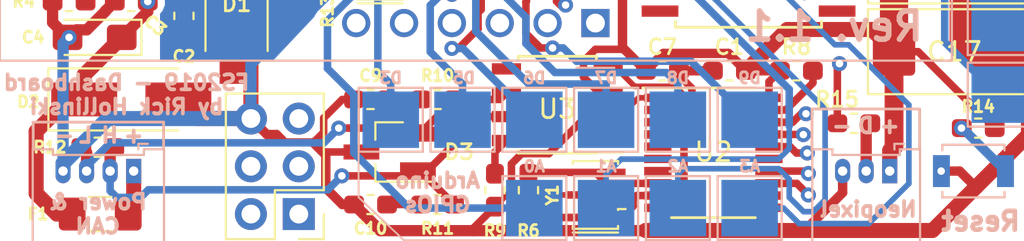
<source format=kicad_pcb>
(kicad_pcb (version 20171130) (host pcbnew "(5.1.5)-3")
  (layers (0 F.Cu signal hide) (1 Data.Cu signal hide) (2 Power.Cu signal hide) (31 B.Cu signal hide) (34 B.Paste user hide) (35 F.Paste user hide) (36 B.SilkS user) (37 F.SilkS user hide) (38 B.Mask user hide) (39 F.Mask user hide) (44 Edge.Cuts user hide))
  (net 0 "")
  (net 1 GND)
  (net 2 +5V)
  (net 3 "Net-(C2-Pad1)")
  (net 4 "Net-(C2-Pad2)")
  (net 5 VDD)
  (net 6 "Net-(C6-Pad1)")
  (net 7 "Net-(C6-Pad2)")
  (net 8 "Net-(C8-Pad1)")
  (net 9 "Net-(C9-Pad1)")
  (net 10 "Net-(C10-Pad1)")
  (net 11 SDA)
  (net 12 SCL)
  (net 13 CANH)
  (net 14 CANL)
  (net 15 "Net-(F1-Pad2)")
  (net 16 D3)
  (net 17 D5)
  (net 18 D6)
  (net 19 D7)
  (net 20 D8)
  (net 21 D9)
  (net 22 A3)
  (net 23 A2)
  (net 24 A1)
  (net 25 A0)
  (net 26 MISO)
  (net 27 SCLK)
  (net 28 MOSI)
  (net 29 Reset)
  (net 30 Tx)
  (net 31 Rx)
  (net 32 "Net-(J6-Pad2)")
  (net 33 "Net-(R1-Pad2)")
  (net 34 "Net-(R4-Pad1)")
  (net 35 "Net-(R6-Pad2)")
  (net 36 "Net-(R6-Pad1)")
  (net 37 "Net-(R8-Pad2)")
  (net 38 "Net-(R9-Pad1)")
  (net 39 "Net-(R13-Pad1)")
  (net 40 "Net-(R13-Pad2)")
  (net 41 NeoPixel)
  (net 42 CAN_TXD)
  (net 43 CAN_RXD)
  (net 44 CAN_INT)
  (net 45 CSN)
  (net 46 a)
  (net 47 b)
  (net 48 c)
  (net 49 d)
  (net 50 e)
  (net 51 f)
  (net 52 g)
  (net 53 dot)
  (net 54 Seg4)
  (net 55 Seg3)
  (net 56 Seg2)
  (net 57 Seg1)
  (net 58 "Net-(C19-Pad1)")
  (module Capacitor_SMD:C_0603_1608Metric_Pad1.05x0.95mm_HandSolder (layer F.Cu) (at 134.366 128.016 180)
    (fp_text reference C1 (at 0 1.27 180) (layer F.SilkS) (effects (font (size 0.8 0.8))))
    (fp_text value 100n)
    (pad 2 smd roundrect (at 0.875 0 180) (size 1.05 0.95) (layers F.Cu F.Paste F.Mask) (net 1 GND))
    (pad 1 smd roundrect (at -0.875 0 180) (size 1.05 0.95) (layers F.Cu F.Paste F.Mask) (net 2 +5V))
  )
  (module Capacitor_SMD:C_0603_1608Metric_Pad1.05x0.95mm_HandSolder (layer F.Cu) (at 105.41 125.095 270)
    (fp_text reference C2 (at 2.159 0 180) (layer F.SilkS) (effects (font (size 0.6 0.6))))
    (fp_text value 100n)
    (pad 1 smd roundrect (at -0.875 0 270) (size 1.05 0.95) (layers F.Cu F.Paste F.Mask) (net 3 "Net-(C2-Pad1)"))
    (pad 2 smd roundrect (at 0.875 0 270) (size 1.05 0.95) (layers F.Cu F.Paste F.Mask) (net 4 "Net-(C2-Pad2)"))
  )
  (module Capacitor_SMD:C_0603_1608Metric_Pad1.05x0.95mm_HandSolder (layer F.Cu) (at 102.616 124.333 180)
    (fp_text reference C3 (at -1.27 -1.27 140) (layer F.SilkS) (effects (font (size 0.6 0.6))))
    (fp_text value 100n)
    (pad 1 smd roundrect (at -0.875 0 180) (size 1.05 0.95) (layers F.Cu F.Paste F.Mask) (net 5 VDD))
    (pad 2 smd roundrect (at 0.875 0 180) (size 1.05 0.95) (layers F.Cu F.Paste F.Mask) (net 1 GND))
  )
  (module Capacitor_Tantalum_SMD:CP_EIA-3216-10_Kemet-I_Pad1.58x1.35mm_HandSolder (layer F.Cu) (at 100.6705 126.238 180)
    (fp_text reference C4 (at 3.2615 0 180) (layer F.SilkS) (effects (font (size 0.6 0.6))))
    (fp_text value 10µ)
    (pad 1 smd roundrect (at -1.4375 0 180) (size 1.575 1.35) (layers F.Cu F.Paste F.Mask) (roundrect_rratio 0.185185) (net 5 VDD))
    (pad 2 smd roundrect (at 1.4375 0 180) (size 1.575 1.35) (layers F.Cu F.Paste F.Mask) (roundrect_rratio 0.185185) (net 1 GND))
  )
  (module Capacitor_Tantalum_SMD:CP_EIA-3216-10_Kemet-I_Pad1.58x1.35mm_HandSolder (layer F.Cu) (at 116.586 114.427 90)
    (fp_text reference C5 (at 1.905 1.651 90) (layer F.SilkS) (effects (font (size 0.6 0.6))))
    (fp_text value 22µ)
    (pad 2 smd roundrect (at 1.4375 0 90) (size 1.575 1.35) (layers F.Cu F.Paste F.Mask) (roundrect_rratio 0.185185) (net 1 GND))
    (pad 1 smd roundrect (at -1.4375 0 90) (size 1.575 1.35) (layers F.Cu F.Paste F.Mask) (roundrect_rratio 0.185185) (net 2 +5V))
  )
  (module Capacitor_SMD:C_0603_1608Metric_Pad1.05x0.95mm_HandSolder (layer F.Cu) (at 102.616 114.046 90)
    (fp_text reference C6 (at 2.032 0 180) (layer F.SilkS) (effects (font (size 0.6 0.6))))
    (fp_text value 150p)
    (pad 1 smd roundrect (at -0.875 0 90) (size 1.05 0.95) (layers F.Cu F.Paste F.Mask) (net 6 "Net-(C6-Pad1)"))
    (pad 2 smd roundrect (at 0.875 0 90) (size 1.05 0.95) (layers F.Cu F.Paste F.Mask) (net 7 "Net-(C6-Pad2)"))
  )
  (module Capacitor_SMD:C_0603_1608Metric_Pad1.05x0.95mm_HandSolder (layer F.Cu) (at 130.81 128.016)
    (fp_text reference C7 (at 0 -1.27) (layer F.SilkS) (effects (font (size 0.8 0.8))))
    (fp_text value 100n)
    (pad 1 smd roundrect (at -0.875 0) (size 1.05 0.95) (layers F.Cu F.Paste F.Mask) (net 2 +5V))
    (pad 2 smd roundrect (at 0.875 0) (size 1.05 0.95) (layers F.Cu F.Paste F.Mask) (net 1 GND))
  )
  (module Capacitor_SMD:C_0603_1608Metric_Pad1.05x0.95mm_HandSolder (layer F.Cu) (at 127.762 113.538 90)
    (fp_text reference C8 (at 0 1.143 270) (layer F.SilkS) (effects (font (size 0.6 0.6))))
    (fp_text value 100n)
    (pad 2 smd roundrect (at 0.875 0 90) (size 1.05 0.95) (layers F.Cu F.Paste F.Mask) (net 1 GND))
    (pad 1 smd roundrect (at -0.875 0 90) (size 1.05 0.95) (layers F.Cu F.Paste F.Mask) (net 8 "Net-(C8-Pad1)"))
  )
  (module Capacitor_SMD:C_0603_1608Metric_Pad1.05x0.95mm_HandSolder (layer F.Cu) (at 115.316 129.54 180)
    (fp_text reference C9 (at 0 1.27 180) (layer F.SilkS) (effects (font (size 0.6 0.6))))
    (fp_text value 560p)
    (pad 1 smd roundrect (at -0.875 0 180) (size 1.05 0.95) (layers F.Cu F.Paste F.Mask) (net 9 "Net-(C9-Pad1)"))
    (pad 2 smd roundrect (at 0.875 0 180) (size 1.05 0.95) (layers F.Cu F.Paste F.Mask) (net 1 GND))
  )
  (module Capacitor_SMD:C_0603_1608Metric_Pad1.05x0.95mm_HandSolder (layer F.Cu) (at 115.316 135.128 180)
    (fp_text reference C10 (at 0 -1.27 180) (layer F.SilkS) (effects (font (size 0.6 0.6))))
    (fp_text value 560p)
    (pad 2 smd roundrect (at 0.875 0 180) (size 1.05 0.95) (layers F.Cu F.Paste F.Mask) (net 1 GND))
    (pad 1 smd roundrect (at -0.875 0 180) (size 1.05 0.95) (layers F.Cu F.Paste F.Mask) (net 10 "Net-(C10-Pad1)"))
  )
  (module Capacitor_SMD:C_0603_1608Metric_Pad1.05x0.95mm_HandSolder (layer F.Cu) (at 125.222 112.649)
    (fp_text reference C11 (at 0 -1.143) (layer F.SilkS) (effects (font (size 0.6 0.6))))
    (fp_text value 100p)
    (pad 1 smd roundrect (at -0.875 0) (size 1.05 0.95) (layers F.Cu F.Paste F.Mask) (net 11 SDA))
    (pad 2 smd roundrect (at 0.875 0) (size 1.05 0.95) (layers F.Cu F.Paste F.Mask) (net 1 GND))
  )
  (module Capacitor_SMD:C_0603_1608Metric_Pad1.05x0.95mm_HandSolder (layer F.Cu) (at 121.412 112.649 180)
    (fp_text reference C12 (at 0 1.143 180) (layer F.SilkS) (effects (font (size 0.6 0.6))))
    (fp_text value 100p)
    (pad 2 smd roundrect (at 0.875 0 180) (size 1.05 0.95) (layers F.Cu F.Paste F.Mask) (net 1 GND))
    (pad 1 smd roundrect (at -0.875 0 180) (size 1.05 0.95) (layers F.Cu F.Paste F.Mask) (net 12 SCL))
  )
  (module Capacitor_Tantalum_SMD:CP_EIA-7343-31_Kemet-D_Pad2.25x2.55mm_HandSolder (layer F.Cu) (at 146.304 116.078)
    (fp_text reference C13 (at 0 0) (layer F.SilkS))
    (fp_text value 470µ)
    (pad 1 smd roundrect (at -3.2 0) (size 2.25 2.55) (layers F.Cu F.Paste F.Mask) (roundrect_rratio 0.111111) (net 2 +5V))
    (pad 2 smd roundrect (at 3.2 0) (size 2.25 2.55) (layers F.Cu F.Paste F.Mask) (roundrect_rratio 0.111111) (net 1 GND))
  )
  (module Capacitor_Tantalum_SMD:CP_EIA-7343-31_Kemet-D_Pad2.25x2.55mm_HandSolder (layer F.Cu) (at 146.304 111.252)
    (fp_text reference C14 (at 0 0) (layer F.SilkS))
    (fp_text value 470µ)
    (pad 2 smd roundrect (at 3.2 0) (size 2.25 2.55) (layers F.Cu F.Paste F.Mask) (roundrect_rratio 0.111111) (net 1 GND))
    (pad 1 smd roundrect (at -3.2 0) (size 2.25 2.55) (layers F.Cu F.Paste F.Mask) (roundrect_rratio 0.111111) (net 2 +5V))
  )
  (module Capacitor_SMD:C_0603_1608Metric_Pad1.05x0.95mm_HandSolder (layer F.Cu) (at 143.256 119.126)
    (fp_text reference C15 (at 3.048 0) (layer F.SilkS))
    (fp_text value 100n)
    (pad 2 smd roundrect (at 0.875 0) (size 1.05 0.95) (layers F.Cu F.Paste F.Mask) (net 1 GND))
    (pad 1 smd roundrect (at -0.875 0) (size 1.05 0.95) (layers F.Cu F.Paste F.Mask) (net 2 +5V))
  )
  (module Capacitor_Tantalum_SMD:CP_EIA-7343-31_Kemet-D_Pad2.25x2.55mm_HandSolder (layer F.Cu) (at 146.304 127)
    (fp_text reference C17 (at 0 0) (layer F.SilkS))
    (fp_text value 47µ)
    (pad 1 smd roundrect (at -3.2 0) (size 2.25 2.55) (layers F.Cu F.Paste F.Mask) (roundrect_rratio 0.111111) (net 2 +5V))
    (pad 2 smd roundrect (at 3.2 0) (size 2.25 2.55) (layers F.Cu F.Paste F.Mask) (roundrect_rratio 0.111111) (net 1 GND))
  )
  (module Diode_SMD:D_SMA_Handsoldering (layer F.Cu) (at 108.204 124.46 270)
    (fp_text reference D1 (at 0 0) (layer F.SilkS) (effects (font (size 0.8 0.8))))
    (fp_text value D_Schottky)
    (pad 2 smd rect (at 2.5 0 270) (size 3.5 1.8) (layers F.Cu F.Paste F.Mask) (net 1 GND))
    (pad 1 smd rect (at -2.5 0 270) (size 3.5 1.8) (layers F.Cu F.Paste F.Mask) (net 4 "Net-(C2-Pad2)"))
  )
  (module Diode_SMD:D_SMA_Handsoldering (layer F.Cu) (at 102.616 129.54)
    (fp_text reference D2 (at -5.461 0.127) (layer F.SilkS) (effects (font (size 0.6 0.6))))
    (fp_text value D_Schottky)
    (pad 1 smd rect (at -2.5 0) (size 3.5 1.8) (layers F.Cu F.Paste F.Mask) (net 5 VDD))
    (pad 2 smd rect (at 2.5 0) (size 3.5 1.8) (layers F.Cu F.Paste F.Mask) (net 1 GND))
  )
  (module Package_TO_SOT_SMD:SOT-23_Handsoldering (layer F.Cu) (at 116.332 132.334 180)
    (fp_text reference D3 (at -3.683 0 180) (layer F.SilkS) (effects (font (size 0.8 0.8))))
    (fp_text value PESD1CAN)
    (pad 1 smd rect (at -1.5 -0.95 180) (size 1.9 0.8) (layers F.Cu F.Paste F.Mask) (net 13 CANH))
    (pad 2 smd rect (at -1.5 0.95 180) (size 1.9 0.8) (layers F.Cu F.Paste F.Mask) (net 14 CANL))
    (pad 3 smd rect (at 1.5 0 180) (size 1.9 0.8) (layers F.Cu F.Paste F.Mask) (net 1 GND))
  )
  (module Fuse:Fuse_1206_3216Metric_Pad1.42x1.75mm_HandSolder (layer F.Cu) (at 100.965 135.636)
    (fp_text reference F1 (at -3.302 0 180) (layer F.SilkS) (effects (font (size 0.6 0.6))))
    (fp_text value Fuse)
    (pad 1 smd roundrect (at -1.4875 0) (size 1.425 1.75) (layers F.Cu F.Paste F.Mask) (roundrect_rratio 0.175439) (net 5 VDD))
    (pad 2 smd roundrect (at 1.4875 0) (size 1.425 1.75) (layers F.Cu F.Paste F.Mask) (roundrect_rratio 0.175439) (net 15 "Net-(F1-Pad2)"))
  )
  (module Connector_Molex:Molex_PicoBlade_53048-0810_1x04_P1.25mm_Horizontal (layer B.Cu) (at 102.743 133.35 180)
    (fp_text reference J1 hide)
    (fp_text value Power)
    (pad 1 thru_hole rect (at 0 0 180) (size 0.8 1.3) (drill 0.5) (layers *.Cu *.Mask) (net 15 "Net-(F1-Pad2)"))
    (pad 2 thru_hole oval (at 1.25 0 180) (size 0.8 1.3) (drill 0.5) (layers *.Cu *.Mask) (net 13 CANH))
    (pad 3 thru_hole oval (at 2.5 0 180) (size 0.8 1.3) (drill 0.5) (layers *.Cu *.Mask) (net 14 CANL))
    (pad 4 thru_hole oval (at 3.75 0 180) (size 0.8 1.3) (drill 0.5) (layers *.Cu *.Mask) (net 1 GND))
  )
  (module Connector_PinHeader_2.54mm:PinHeader_2x03_P2.54mm_Vertical (layer F.Cu) (at 111.506 135.636 180)
    (fp_text reference J4 hide)
    (fp_text value ICSP)
    (pad 1 thru_hole rect (at 0 0 180) (size 1.7 1.7) (drill 1) (layers *.Cu *.Mask) (net 26 MISO))
    (pad 2 thru_hole oval (at 2.54 0 180) (size 1.7 1.7) (drill 1) (layers *.Cu *.Mask) (net 2 +5V))
    (pad 3 thru_hole oval (at 0 2.54 180) (size 1.7 1.7) (drill 1) (layers *.Cu *.Mask) (net 27 SCLK))
    (pad 4 thru_hole oval (at 2.54 2.54 180) (size 1.7 1.7) (drill 1) (layers *.Cu *.Mask) (net 28 MOSI))
    (pad 5 thru_hole oval (at 0 5.08 180) (size 1.7 1.7) (drill 1) (layers *.Cu *.Mask) (net 29 Reset))
    (pad 6 thru_hole oval (at 2.54 5.08 180) (size 1.7 1.7) (drill 1) (layers *.Cu *.Mask) (net 1 GND))
  )
  (module Connector_Molex:Molex_PicoBlade_53048-0610_1x03_P1.25mm_Horizontal (layer B.Cu) (at 142.875 133.35 180)
    (fp_text reference J6 hide)
    (fp_text value NeoPixel)
    (pad 1 thru_hole rect (at 0 0 180) (size 0.8 1.3) (drill 0.5) (layers *.Cu *.Mask) (net 2 +5V))
    (pad 2 thru_hole oval (at 1.25 0 180) (size 0.8 1.3) (drill 0.5) (layers *.Cu *.Mask) (net 32 "Net-(J6-Pad2)"))
    (pad 3 thru_hole oval (at 2.5 0 180) (size 0.8 1.3) (drill 0.5) (layers *.Cu *.Mask) (net 1 GND))
  )
  (module Connector_PinSocket_2.54mm:PinSocket_1x04_P2.54mm_Vertical (layer B.Cu) (at 139.7 110.49 90)
    (fp_text reference J7 hide)
    (fp_text value OLED1 (at -2.286 -4.318 180) (layer B.SilkS) (effects (font (thickness 0.25)) (justify mirror)))
    (pad 1 thru_hole rect (at 0 0 90) (size 1.7 1.7) (drill 1) (layers *.Cu *.Mask) (net 1 GND))
    (pad 2 thru_hole oval (at 0 -2.54 90) (size 1.7 1.7) (drill 1) (layers *.Cu *.Mask) (net 2 +5V))
    (pad 3 thru_hole oval (at 0 -5.08 90) (size 1.7 1.7) (drill 1) (layers *.Cu *.Mask) (net 12 SCL))
    (pad 4 thru_hole oval (at 0 -7.62 90) (size 1.7 1.7) (drill 1) (layers *.Cu *.Mask) (net 11 SDA))
  )
  (module Connector_PinSocket_2.54mm:PinSocket_1x04_P2.54mm_Vertical (layer B.Cu) (at 111.76 110.49 90)
    (fp_text reference J8 hide)
    (fp_text value OLED2 (at -2.286 -5.842 180) (layer B.SilkS) (effects (font (thickness 0.25)) (justify mirror)))
    (pad 1 thru_hole rect (at 0 0 90) (size 1.7 1.7) (drill 1) (layers *.Cu *.Mask) (net 1 GND))
    (pad 2 thru_hole oval (at 0 -2.54 90) (size 1.7 1.7) (drill 1) (layers *.Cu *.Mask) (net 2 +5V))
    (pad 3 thru_hole oval (at 0 -5.08 90) (size 1.7 1.7) (drill 1) (layers *.Cu *.Mask) (net 12 SCL))
    (pad 4 thru_hole oval (at 0 -7.62 90) (size 1.7 1.7) (drill 1) (layers *.Cu *.Mask) (net 11 SDA))
  )
  (module Inductor_SMD:L_7.3x7.3_H4.5 (layer F.Cu) (at 110.871 116.078 180)
    (fp_text reference L1 (at 0 -0.127 180) (layer F.SilkS))
    (fp_text value 4.7µ)
    (pad 1 smd rect (at -3.2 0 180) (size 1.5 2.2) (layers F.Cu F.Paste F.Mask) (net 2 +5V))
    (pad 2 smd rect (at 3.2 0 180) (size 1.5 2.2) (layers F.Cu F.Paste F.Mask) (net 4 "Net-(C2-Pad2)"))
  )
  (module Resistor_SMD:R_0603_1608Metric_Pad1.05x0.95mm_HandSolder (layer F.Cu) (at 105.664 114.046 270)
    (fp_text reference R1 (at -2.032 0) (layer F.SilkS) (effects (font (size 0.6 0.6))))
    (fp_text value 100k)
    (pad 1 smd roundrect (at -0.875 0 270) (size 1.05 0.95) (layers F.Cu F.Paste F.Mask) (net 5 VDD))
    (pad 2 smd roundrect (at 0.875 0 270) (size 1.05 0.95) (layers F.Cu F.Paste F.Mask) (net 33 "Net-(R1-Pad2)"))
  )
  (module Resistor_SMD:R_0603_1608Metric_Pad1.05x0.95mm_HandSolder (layer F.Cu) (at 99.568 119.634 90)
    (fp_text reference R2 (at -0.508 -1.27 90) (layer F.SilkS) (effects (font (size 0.6 0.6))))
    (fp_text value 43k)
    (pad 1 smd roundrect (at -0.875 0 90) (size 1.05 0.95) (layers F.Cu F.Paste F.Mask) (net 2 +5V))
    (pad 2 smd roundrect (at 0.875 0 90) (size 1.05 0.95) (layers F.Cu F.Paste F.Mask) (net 58 "Net-(C19-Pad1)"))
  )
  (module Resistor_SMD:R_0603_1608Metric_Pad1.05x0.95mm_HandSolder (layer F.Cu) (at 104.14 114.046 90)
    (fp_text reference R3 (at 2.032 0 180) (layer F.SilkS) (effects (font (size 0.6 0.6))))
    (fp_text value 100k)
    (pad 2 smd roundrect (at 0.875 0 90) (size 1.05 0.95) (layers F.Cu F.Paste F.Mask) (net 1 GND))
    (pad 1 smd roundrect (at -0.875 0 90) (size 1.05 0.95) (layers F.Cu F.Paste F.Mask) (net 33 "Net-(R1-Pad2)"))
  )
  (module Resistor_SMD:R_0603_1608Metric_Pad1.05x0.95mm_HandSolder (layer F.Cu) (at 99.314 124.333 180)
    (fp_text reference R4 (at 2.413 0 180) (layer F.SilkS) (effects (font (size 0.6 0.6))))
    (fp_text value 100k)
    (pad 2 smd roundrect (at 0.875 0 180) (size 1.05 0.95) (layers F.Cu F.Paste F.Mask) (net 1 GND))
    (pad 1 smd roundrect (at -0.875 0 180) (size 1.05 0.95) (layers F.Cu F.Paste F.Mask) (net 34 "Net-(R4-Pad1)"))
  )
  (module Resistor_SMD:R_0603_1608Metric_Pad1.05x0.95mm_HandSolder (layer F.Cu) (at 99.568 116.191 90)
    (fp_text reference R5 (at 0.621 -1.27 90) (layer F.SilkS) (effects (font (size 0.6 0.6))))
    (fp_text value 8.2k)
    (pad 2 smd roundrect (at 0.875 0 90) (size 1.05 0.95) (layers F.Cu F.Paste F.Mask) (net 1 GND))
    (pad 1 smd roundrect (at -0.875 0 90) (size 1.05 0.95) (layers F.Cu F.Paste F.Mask) (net 58 "Net-(C19-Pad1)"))
  )
  (module Resistor_SMD:R_0603_1608Metric_Pad1.05x0.95mm_HandSolder (layer F.Cu) (at 123.698 134.366 90)
    (fp_text reference R6 (at -2.159 0 180) (layer F.SilkS) (effects (font (size 0.6 0.6))))
    (fp_text value 1M)
    (pad 2 smd roundrect (at 0.875 0 90) (size 1.05 0.95) (layers F.Cu F.Paste F.Mask) (net 35 "Net-(R6-Pad2)"))
    (pad 1 smd roundrect (at -0.875 0 90) (size 1.05 0.95) (layers F.Cu F.Paste F.Mask) (net 36 "Net-(R6-Pad1)"))
  )
  (module Resistor_SMD:R_0603_1608Metric_Pad1.05x0.95mm_HandSolder (layer F.Cu) (at 101.092 114.046 270)
    (fp_text reference R7 (at -0.381 1.397) (layer F.SilkS) (effects (font (size 0.6 0.6))))
    (fp_text value 100k)
    (pad 1 smd roundrect (at -0.875 0 270) (size 1.05 0.95) (layers F.Cu F.Paste F.Mask) (net 7 "Net-(C6-Pad2)"))
    (pad 2 smd roundrect (at 0.875 0 270) (size 1.05 0.95) (layers F.Cu F.Paste F.Mask) (net 1 GND))
  )
  (module Resistor_SMD:R_0603_1608Metric_Pad1.05x0.95mm_HandSolder (layer F.Cu) (at 121.92 134.366 270)
    (fp_text reference R9 (at 2.159 0) (layer F.SilkS) (effects (font (size 0.6 0.6))))
    (fp_text value 4,7k)
    (pad 1 smd roundrect (at -0.875 0 270) (size 1.05 0.95) (layers F.Cu F.Paste F.Mask) (net 38 "Net-(R9-Pad1)"))
    (pad 2 smd roundrect (at 0.875 0 270) (size 1.05 0.95) (layers F.Cu F.Paste F.Mask) (net 1 GND))
  )
  (module Resistor_SMD:R_0603_1608Metric_Pad1.05x0.95mm_HandSolder (layer F.Cu) (at 118.872 129.54)
    (fp_text reference R10 (at 0 -1.27) (layer F.SilkS) (effects (font (size 0.6 0.6))))
    (fp_text value 100)
    (pad 1 smd roundrect (at -0.875 0) (size 1.05 0.95) (layers F.Cu F.Paste F.Mask) (net 9 "Net-(C9-Pad1)"))
    (pad 2 smd roundrect (at 0.875 0) (size 1.05 0.95) (layers F.Cu F.Paste F.Mask) (net 14 CANL))
  )
  (module Resistor_SMD:R_0603_1608Metric_Pad1.05x0.95mm_HandSolder (layer F.Cu) (at 118.872 135.128)
    (fp_text reference R11 (at 0 1.27) (layer F.SilkS) (effects (font (size 0.6 0.6))))
    (fp_text value 100)
    (pad 2 smd roundrect (at 0.875 0) (size 1.05 0.95) (layers F.Cu F.Paste F.Mask) (net 13 CANH))
    (pad 1 smd roundrect (at -0.875 0) (size 1.05 0.95) (layers F.Cu F.Paste F.Mask) (net 10 "Net-(C10-Pad1)"))
  )
  (module Resistor_SMD:R_0603_1608Metric_Pad1.05x0.95mm_HandSolder (layer F.Cu) (at 113.03 122.174 90)
    (fp_text reference R13 (at -2.667 0 90) (layer F.SilkS) (effects (font (size 0.6 0.6))))
    (fp_text value 1M)
    (pad 1 smd roundrect (at -0.875 0 90) (size 1.05 0.95) (layers F.Cu F.Paste F.Mask) (net 39 "Net-(R13-Pad1)"))
    (pad 2 smd roundrect (at 0.875 0 90) (size 1.05 0.95) (layers F.Cu F.Paste F.Mask) (net 40 "Net-(R13-Pad2)"))
  )
  (module Resistor_SMD:R_0603_1608Metric_Pad1.05x0.95mm_HandSolder (layer F.Cu) (at 147.574 131.064 180)
    (fp_text reference R14 (at 0 1.143 180) (layer F.SilkS) (effects (font (size 0.6 0.6))))
    (fp_text value 10k)
    (pad 2 smd roundrect (at 0.875 0 180) (size 1.05 0.95) (layers F.Cu F.Paste F.Mask) (net 29 Reset))
    (pad 1 smd roundrect (at -0.875 0 180) (size 1.05 0.95) (layers F.Cu F.Paste F.Mask) (net 2 +5V))
  )
  (module Resistor_SMD:R_0603_1608Metric_Pad1.05x0.95mm_HandSolder (layer F.Cu) (at 140.97 130.81)
    (fp_text reference R15 (at -0.889 -1.27) (layer F.SilkS) (effects (font (size 0.8 0.8))))
    (fp_text value 330)
    (pad 1 smd roundrect (at -0.875 0) (size 1.05 0.95) (layers F.Cu F.Paste F.Mask) (net 41 NeoPixel))
    (pad 2 smd roundrect (at 0.875 0) (size 1.05 0.95) (layers F.Cu F.Paste F.Mask) (net 32 "Net-(J6-Pad2)"))
  )
  (module Button_Switch_SMD:SW_SPST_B3U-1000P (layer B.Cu) (at 147.32 133.35 180)
    (fp_text reference SW1 hide)
    (fp_text value Reset)
    (pad 1 smd rect (at -1.7 0 180) (size 0.9 1.7) (layers B.Cu B.Paste B.Mask) (net 29 Reset))
    (pad 2 smd rect (at 1.7 0 180) (size 0.9 1.7) (layers B.Cu B.Paste B.Mask) (net 1 GND))
  )
  (module MP1584EN-LF-Z:SOIC127P600X170-9N (layer F.Cu) (at 103.124 119.634 270)
    (fp_text reference U1 (at 2.794 3.556 180) (layer F.SilkS) (effects (font (size 1.00296 1.00296))))
    (fp_text value MP1584EN-LF-Z hide)
    (pad 5 smd rect (at 2.475 1.905 270) (size 1.97 0.6) (layers F.Cu F.Paste F.Mask) (net 1 GND))
    (pad 2 smd rect (at -2.475 -0.635 270) (size 1.97 0.6) (layers F.Cu F.Paste F.Mask) (net 33 "Net-(R1-Pad2)"))
    (pad 3 smd rect (at -2.475 0.635 270) (size 1.97 0.6) (layers F.Cu F.Paste F.Mask) (net 6 "Net-(C6-Pad1)"))
    (pad 4 smd rect (at -2.475 1.905 270) (size 1.97 0.6) (layers F.Cu F.Paste F.Mask) (net 58 "Net-(C19-Pad1)"))
    (pad 6 smd rect (at 2.475 0.635 270) (size 1.97 0.6) (layers F.Cu F.Paste F.Mask) (net 34 "Net-(R4-Pad1)"))
    (pad 7 smd rect (at 2.475 -0.635 270) (size 1.97 0.6) (layers F.Cu F.Paste F.Mask) (net 5 VDD))
    (pad 8 smd rect (at 2.475 -1.905 270) (size 1.97 0.6) (layers F.Cu F.Paste F.Mask) (net 3 "Net-(C2-Pad1)"))
    (pad 1 smd rect (at -2.475 -1.905 270) (size 1.97 0.6) (layers F.Cu F.Paste F.Mask) (net 4 "Net-(C2-Pad2)"))
    (pad 9 smd rect (at 0 0 270) (size 2.41 3.3) (layers F.Cu F.Paste F.Mask) (net 1 GND))
  )
  (module Package_SO:TSSOP-20_4.4x6.5mm_P0.65mm (layer F.Cu) (at 133.515095 132.377112)
    (fp_text reference U2 (at 0 -0.043112) (layer F.SilkS))
    (fp_text value MCP2515-IST)
    (pad 1 smd rect (at -2.95 -2.925) (size 1.45 0.45) (layers F.Cu F.Paste F.Mask) (net 42 CAN_TXD))
    (pad 2 smd rect (at -2.95 -2.275) (size 1.45 0.45) (layers F.Cu F.Paste F.Mask) (net 43 CAN_RXD))
    (pad 3 smd rect (at -2.95 -1.625) (size 1.45 0.45) (layers F.Cu F.Paste F.Mask))
    (pad 4 smd rect (at -2.95 -0.975) (size 1.45 0.45) (layers F.Cu F.Paste F.Mask))
    (pad 5 smd rect (at -2.95 -0.325) (size 1.45 0.45) (layers F.Cu F.Paste F.Mask))
    (pad 6 smd rect (at -2.95 0.325) (size 1.45 0.45) (layers F.Cu F.Paste F.Mask))
    (pad 7 smd rect (at -2.95 0.975) (size 1.45 0.45) (layers F.Cu F.Paste F.Mask))
    (pad 8 smd rect (at -2.95 1.625) (size 1.45 0.45) (layers F.Cu F.Paste F.Mask) (net 35 "Net-(R6-Pad2)"))
    (pad 9 smd rect (at -2.95 2.275) (size 1.45 0.45) (layers F.Cu F.Paste F.Mask) (net 36 "Net-(R6-Pad1)"))
    (pad 10 smd rect (at -2.95 2.925) (size 1.45 0.45) (layers F.Cu F.Paste F.Mask) (net 1 GND))
    (pad 11 smd rect (at 2.95 2.925) (size 1.45 0.45) (layers F.Cu F.Paste F.Mask))
    (pad 12 smd rect (at 2.95 2.275) (size 1.45 0.45) (layers F.Cu F.Paste F.Mask))
    (pad 13 smd rect (at 2.95 1.625) (size 1.45 0.45) (layers F.Cu F.Paste F.Mask) (net 44 CAN_INT))
    (pad 14 smd rect (at 2.95 0.975) (size 1.45 0.45) (layers F.Cu F.Paste F.Mask) (net 27 SCLK))
    (pad 15 smd rect (at 2.95 0.325) (size 1.45 0.45) (layers F.Cu F.Paste F.Mask))
    (pad 16 smd rect (at 2.95 -0.325) (size 1.45 0.45) (layers F.Cu F.Paste F.Mask) (net 28 MOSI))
    (pad 17 smd rect (at 2.95 -0.975) (size 1.45 0.45) (layers F.Cu F.Paste F.Mask) (net 26 MISO))
    (pad 18 smd rect (at 2.95 -1.625) (size 1.45 0.45) (layers F.Cu F.Paste F.Mask) (net 45 CSN))
    (pad 19 smd rect (at 2.95 -2.275) (size 1.45 0.45) (layers F.Cu F.Paste F.Mask) (net 37 "Net-(R8-Pad2)"))
    (pad 20 smd rect (at 2.95 -2.925) (size 1.45 0.45) (layers F.Cu F.Paste F.Mask) (net 2 +5V))
  )
  (module Package_SO:SOIC-8_3.9x4.9mm_P1.27mm (layer F.Cu) (at 125.2296 129.8194 180)
    (fp_text reference U3 (at 0 -0.2286 180) (layer F.SilkS))
    (fp_text value MCP2551-I-SN)
    (pad 1 smd rect (at -2.7 -1.905 180) (size 1.55 0.6) (layers F.Cu F.Paste F.Mask) (net 42 CAN_TXD))
    (pad 2 smd rect (at -2.7 -0.635 180) (size 1.55 0.6) (layers F.Cu F.Paste F.Mask) (net 1 GND))
    (pad 3 smd rect (at -2.7 0.635 180) (size 1.55 0.6) (layers F.Cu F.Paste F.Mask) (net 2 +5V))
    (pad 4 smd rect (at -2.7 1.905 180) (size 1.55 0.6) (layers F.Cu F.Paste F.Mask) (net 43 CAN_RXD))
    (pad 5 smd rect (at 2.7 1.905 180) (size 1.55 0.6) (layers F.Cu F.Paste F.Mask))
    (pad 6 smd rect (at 2.7 0.635 180) (size 1.55 0.6) (layers F.Cu F.Paste F.Mask) (net 14 CANL))
    (pad 7 smd rect (at 2.7 -0.635 180) (size 1.55 0.6) (layers F.Cu F.Paste F.Mask) (net 13 CANH))
    (pad 8 smd rect (at 2.7 -1.905 180) (size 1.55 0.6) (layers F.Cu F.Paste F.Mask) (net 38 "Net-(R9-Pad1)"))
  )
  (module Package_QFP:TQFP-32_7x7mm_P0.8mm (layer F.Cu) (at 123.19 118.872)
    (fp_text reference U4 (at 0 1.016) (layer F.SilkS))
    (fp_text value ATmega328P)
    (pad 1 smd rect (at -4.25 -2.8) (size 1.6 0.55) (layers F.Cu F.Paste F.Mask) (net 16 D3))
    (pad 2 smd rect (at -4.25 -2) (size 1.6 0.55) (layers F.Cu F.Paste F.Mask) (net 41 NeoPixel))
    (pad 3 smd rect (at -4.25 -1.2) (size 1.6 0.55) (layers F.Cu F.Paste F.Mask) (net 1 GND))
    (pad 4 smd rect (at -4.25 -0.4) (size 1.6 0.55) (layers F.Cu F.Paste F.Mask) (net 2 +5V))
    (pad 5 smd rect (at -4.25 0.4) (size 1.6 0.55) (layers F.Cu F.Paste F.Mask) (net 1 GND))
    (pad 6 smd rect (at -4.25 1.2) (size 1.6 0.55) (layers F.Cu F.Paste F.Mask) (net 2 +5V))
    (pad 7 smd rect (at -4.25 2) (size 1.6 0.55) (layers F.Cu F.Paste F.Mask) (net 40 "Net-(R13-Pad2)"))
    (pad 8 smd rect (at -4.25 2.8) (size 1.6 0.55) (layers F.Cu F.Paste F.Mask) (net 39 "Net-(R13-Pad1)"))
    (pad 9 smd rect (at -2.8 4.25 90) (size 1.6 0.55) (layers F.Cu F.Paste F.Mask) (net 17 D5))
    (pad 10 smd rect (at -2 4.25 90) (size 1.6 0.55) (layers F.Cu F.Paste F.Mask) (net 18 D6))
    (pad 11 smd rect (at -1.2 4.25 90) (size 1.6 0.55) (layers F.Cu F.Paste F.Mask) (net 19 D7))
    (pad 12 smd rect (at -0.4 4.25 90) (size 1.6 0.55) (layers F.Cu F.Paste F.Mask) (net 20 D8))
    (pad 13 smd rect (at 0.4 4.25 90) (size 1.6 0.55) (layers F.Cu F.Paste F.Mask) (net 21 D9))
    (pad 14 smd rect (at 1.2 4.25 90) (size 1.6 0.55) (layers F.Cu F.Paste F.Mask) (net 45 CSN))
    (pad 15 smd rect (at 2 4.25 90) (size 1.6 0.55) (layers F.Cu F.Paste F.Mask) (net 28 MOSI))
    (pad 16 smd rect (at 2.8 4.25 90) (size 1.6 0.55) (layers F.Cu F.Paste F.Mask) (net 26 MISO))
    (pad 17 smd rect (at 4.25 2.8) (size 1.6 0.55) (layers F.Cu F.Paste F.Mask) (net 27 SCLK))
    (pad 18 smd rect (at 4.25 2) (size 1.6 0.55) (layers F.Cu F.Paste F.Mask) (net 2 +5V))
    (pad 19 smd rect (at 4.25 1.2) (size 1.6 0.55) (layers F.Cu F.Paste F.Mask))
    (pad 20 smd rect (at 4.25 0.4) (size 1.6 0.55) (layers F.Cu F.Paste F.Mask) (net 8 "Net-(C8-Pad1)"))
    (pad 21 smd rect (at 4.25 -0.4) (size 1.6 0.55) (layers F.Cu F.Paste F.Mask) (net 1 GND))
    (pad 22 smd rect (at 4.25 -1.2) (size 1.6 0.55) (layers F.Cu F.Paste F.Mask))
    (pad 23 smd rect (at 4.25 -2) (size 1.6 0.55) (layers F.Cu F.Paste F.Mask) (net 25 A0))
    (pad 24 smd rect (at 4.25 -2.8) (size 1.6 0.55) (layers F.Cu F.Paste F.Mask) (net 24 A1))
    (pad 25 smd rect (at 2.8 -4.25 90) (size 1.6 0.55) (layers F.Cu F.Paste F.Mask) (net 23 A2))
    (pad 26 smd rect (at 2 -4.25 90) (size 1.6 0.55) (layers F.Cu F.Paste F.Mask) (net 22 A3))
    (pad 27 smd rect (at 1.2 -4.25 90) (size 1.6 0.55) (layers F.Cu F.Paste F.Mask) (net 11 SDA))
    (pad 28 smd rect (at 0.4 -4.25 90) (size 1.6 0.55) (layers F.Cu F.Paste F.Mask) (net 12 SCL))
    (pad 29 smd rect (at -0.4 -4.25 90) (size 1.6 0.55) (layers F.Cu F.Paste F.Mask) (net 29 Reset))
    (pad 30 smd rect (at -1.2 -4.25 90) (size 1.6 0.55) (layers F.Cu F.Paste F.Mask) (net 31 Rx))
    (pad 31 smd rect (at -2 -4.25 90) (size 1.6 0.55) (layers F.Cu F.Paste F.Mask) (net 30 Tx))
    (pad 32 smd rect (at -2.8 -4.25 90) (size 1.6 0.55) (layers F.Cu F.Paste F.Mask) (net 44 CAN_INT))
  )
  (module Package_SO:SOIC-20W_7.5x12.8mm_P1.27mm (layer F.Cu) (at 135.382 119.126)
    (fp_text reference U5 (at 0 -0.127) (layer F.SilkS))
    (fp_text value TM1637)
    (pad 1 smd rect (at -4.7 -5.715) (size 1.95 0.6) (layers F.Cu F.Paste F.Mask) (net 1 GND))
    (pad 2 smd rect (at -4.7 -4.445) (size 1.95 0.6) (layers F.Cu F.Paste F.Mask) (net 46 a))
    (pad 3 smd rect (at -4.7 -3.175) (size 1.95 0.6) (layers F.Cu F.Paste F.Mask) (net 47 b))
    (pad 4 smd rect (at -4.7 -1.905) (size 1.95 0.6) (layers F.Cu F.Paste F.Mask) (net 48 c))
    (pad 5 smd rect (at -4.7 -0.635) (size 1.95 0.6) (layers F.Cu F.Paste F.Mask) (net 49 d))
    (pad 6 smd rect (at -4.7 0.635) (size 1.95 0.6) (layers F.Cu F.Paste F.Mask) (net 50 e))
    (pad 7 smd rect (at -4.7 1.905) (size 1.95 0.6) (layers F.Cu F.Paste F.Mask) (net 51 f))
    (pad 8 smd rect (at -4.7 3.175) (size 1.95 0.6) (layers F.Cu F.Paste F.Mask) (net 52 g))
    (pad 9 smd rect (at -4.7 4.445) (size 1.95 0.6) (layers F.Cu F.Paste F.Mask) (net 53 dot))
    (pad 10 smd rect (at -4.7 5.715) (size 1.95 0.6) (layers F.Cu F.Paste F.Mask))
    (pad 11 smd rect (at 4.7 5.715) (size 1.95 0.6) (layers F.Cu F.Paste F.Mask))
    (pad 12 smd rect (at 4.7 4.445) (size 1.95 0.6) (layers F.Cu F.Paste F.Mask) (net 54 Seg4))
    (pad 13 smd rect (at 4.7 3.175) (size 1.95 0.6) (layers F.Cu F.Paste F.Mask) (net 55 Seg3))
    (pad 14 smd rect (at 4.7 1.905) (size 1.95 0.6) (layers F.Cu F.Paste F.Mask) (net 56 Seg2))
    (pad 15 smd rect (at 4.7 0.635) (size 1.95 0.6) (layers F.Cu F.Paste F.Mask) (net 57 Seg1))
    (pad 16 smd rect (at 4.7 -0.635) (size 1.95 0.6) (layers F.Cu F.Paste F.Mask) (net 2 +5V))
    (pad 17 smd rect (at 4.7 -1.905) (size 1.95 0.6) (layers F.Cu F.Paste F.Mask) (net 11 SDA))
    (pad 18 smd rect (at 4.7 -3.175) (size 1.95 0.6) (layers F.Cu F.Paste F.Mask) (net 12 SCL))
    (pad 19 smd rect (at 4.7 -4.445) (size 1.95 0.6) (layers F.Cu F.Paste F.Mask))
    (pad 20 smd rect (at 4.7 -5.715) (size 1.95 0.6) (layers F.Cu F.Paste F.Mask))
  )
  (module Display_7Segment:CA56-12EWA (layer B.Cu) (at 127.254 125.476 90)
    (fp_text reference U6 hide)
    (fp_text value CA56-12EWA)
    (pad 1 thru_hole rect (at 0 0 90) (size 1.5 1.5) (drill 1) (layers *.Cu *.Mask) (net 50 e))
    (pad 2 thru_hole circle (at 0 -2.54 90) (size 1.5 1.5) (drill 1) (layers *.Cu *.Mask) (net 49 d))
    (pad 3 thru_hole circle (at 0 -5.08 90) (size 1.5 1.5) (drill 1) (layers *.Cu *.Mask) (net 53 dot))
    (pad 4 thru_hole circle (at 0 -7.62 90) (size 1.5 1.5) (drill 1) (layers *.Cu *.Mask) (net 48 c))
    (pad 5 thru_hole circle (at 0 -10.16 90) (size 1.5 1.5) (drill 1) (layers *.Cu *.Mask) (net 52 g))
    (pad 6 thru_hole circle (at 0 -12.7 90) (size 1.5 1.5) (drill 1) (layers *.Cu *.Mask) (net 54 Seg4))
    (pad 7 thru_hole circle (at 15.24 -12.7 90) (size 1.5 1.5) (drill 1) (layers *.Cu *.Mask) (net 47 b))
    (pad 8 thru_hole circle (at 15.24 -10.16 90) (size 1.5 1.5) (drill 1) (layers *.Cu *.Mask) (net 55 Seg3))
    (pad 9 thru_hole circle (at 15.24 -7.62 90) (size 1.5 1.5) (drill 1) (layers *.Cu *.Mask) (net 56 Seg2))
    (pad 10 thru_hole circle (at 15.24 -5.08 90) (size 1.5 1.5) (drill 1) (layers *.Cu *.Mask) (net 51 f))
    (pad 11 thru_hole circle (at 15.24 -2.54 90) (size 1.5 1.5) (drill 1) (layers *.Cu *.Mask) (net 46 a))
    (pad 12 thru_hole circle (at 15.24 0 90) (size 1.5 1.5) (drill 1) (layers *.Cu *.Mask) (net 57 Seg1))
  )
  (module Crystal:Resonator_SMD_muRata_CSTxExxV-3Pin_3.0x1.1mm_HandSoldering (layer F.Cu) (at 127.254 134.62 90)
    (fp_text reference Y1 (at 0 -2.286 90) (layer F.SilkS) (effects (font (size 0.6 0.6))))
    (fp_text value 16MHz)
    (pad 3 smd rect (at 1.2 0 90) (size 0.4 3.2) (layers F.Cu F.Paste F.Mask) (net 35 "Net-(R6-Pad2)"))
    (pad 2 smd rect (at 0 0 90) (size 0.4 3.2) (layers F.Cu F.Paste F.Mask) (net 1 GND))
    (pad 1 smd rect (at -1.2 0 90) (size 0.4 3.2) (layers F.Cu F.Paste F.Mask) (net 36 "Net-(R6-Pad1)"))
  )
  (module Crystal:Resonator_SMD_muRata_CSTxExxV-3Pin_3.0x1.1mm_HandSoldering (layer F.Cu) (at 115.824 122.428 90)
    (fp_text reference Y2 (at -0.889 2.794) (layer F.SilkS) (effects (font (size 0.8 0.8))))
    (fp_text value 16MHz)
    (pad 1 smd rect (at -1.2 0 90) (size 0.4 3.2) (layers F.Cu F.Paste F.Mask) (net 39 "Net-(R13-Pad1)"))
    (pad 2 smd rect (at 0 0 90) (size 0.4 3.2) (layers F.Cu F.Paste F.Mask) (net 1 GND))
    (pad 3 smd rect (at 1.2 0 90) (size 0.4 3.2) (layers F.Cu F.Paste F.Mask) (net 40 "Net-(R13-Pad2)"))
  )
  (module Capacitor_SMD:C_0603_1608Metric_Pad1.05x0.95mm_HandSolder (layer F.Cu) (at 116.586 118.618 270)
    (fp_text reference C18 (at 0 1.27 270) (layer F.SilkS) (effects (font (size 0.6 0.6))))
    (fp_text value 100n)
    (pad 1 smd roundrect (at -0.875 0 270) (size 1.05 0.95) (layers F.Cu F.Paste F.Mask) (net 2 +5V))
    (pad 2 smd roundrect (at 0.875 0 270) (size 1.05 0.95) (layers F.Cu F.Paste F.Mask) (net 1 GND))
  )
  (module Resistor_SMD:R_0603_1608Metric_Pad1.05x0.95mm_HandSolder (layer F.Cu) (at 137.922 128.016)
    (fp_text reference R8 (at 0 -1.27) (layer F.SilkS) (effects (font (size 0.8 0.8))))
    (fp_text value 4,7k)
    (pad 1 smd roundrect (at -0.875 0) (size 1.05 0.95) (layers F.Cu F.Paste F.Mask) (net 2 +5V))
    (pad 2 smd roundrect (at 0.875 0) (size 1.05 0.95) (layers F.Cu F.Paste F.Mask) (net 37 "Net-(R8-Pad2)"))
  )
  (module Resistor_SMD:R_0603_1608Metric_Pad1.05x0.95mm_HandSolder (layer F.Cu) (at 100.838 132.08 180)
    (fp_text reference R12 (at 2.54 0 180) (layer F.SilkS) (effects (font (size 0.6 0.6))))
    (fp_text value 120)
    (pad 1 smd roundrect (at -0.875 0 180) (size 1.05 0.95) (layers F.Cu F.Paste F.Mask) (net 13 CANH))
    (pad 2 smd roundrect (at 0.875 0 180) (size 1.05 0.95) (layers F.Cu F.Paste F.Mask) (net 14 CANL))
  )
  (module Resistor_SMD:R_0603_1608Metric_Pad1.05x0.95mm_HandSolder (layer F.Cu) (at 101.6 110.49 90)
    (fp_text reference R16 (at 0 -1.27 90) (layer F.SilkS) (effects (font (size 0.6 0.6))))
    (fp_text value 10k)
    (pad 2 smd roundrect (at 0.875 0 90) (size 1.05 0.95) (layers F.Cu F.Paste F.Mask) (net 11 SDA))
    (pad 1 smd roundrect (at -0.875 0 90) (size 1.05 0.95) (layers F.Cu F.Paste F.Mask) (net 2 +5V))
  )
  (module Resistor_SMD:R_0603_1608Metric_Pad1.05x0.95mm_HandSolder (layer F.Cu) (at 99.06 110.49 90)
    (fp_text reference R17 (at 0 -1.27 90) (layer F.SilkS) (effects (font (size 0.6 0.6))))
    (fp_text value 10k)
    (pad 2 smd roundrect (at 0.875 0 90) (size 1.05 0.95) (layers F.Cu F.Paste F.Mask) (net 12 SCL))
    (pad 1 smd roundrect (at -0.875 0 90) (size 1.05 0.95) (layers F.Cu F.Paste F.Mask) (net 2 +5V))
  )
  (module TestPoint:TestPoint_Pad_3.0x3.0mm (layer B.Cu) (at 116.389444 130.619067)
    (fp_text reference TP1 hide)
    (fp_text value D3 (at 0 -2.222067) (layer B.SilkS) (effects (font (size 0.6 0.6)) (justify mirror)))
    (pad 1 smd rect (at 0 0) (size 3 3) (layers B.Cu B.Mask) (net 16 D3))
  )
  (module TestPoint:TestPoint_Pad_3.0x3.0mm (layer B.Cu) (at 120.199444 130.619067)
    (fp_text reference TP2 hide)
    (fp_text value D5 (at 0.069556 -2.222067) (layer B.SilkS) (effects (font (size 0.6 0.6)) (justify mirror)))
    (pad 1 smd rect (at 0 0) (size 3 3) (layers B.Cu B.Mask) (net 17 D5))
  )
  (module TestPoint:TestPoint_Pad_3.0x3.0mm (layer B.Cu) (at 124.009444 130.619067)
    (fp_text reference TP3 hide)
    (fp_text value D6 (at 0 -2.222067) (layer B.SilkS) (effects (font (size 0.6 0.6)) (justify mirror)))
    (pad 1 smd rect (at 0 0) (size 3 3) (layers B.Cu B.Mask) (net 18 D6))
  )
  (module TestPoint:TestPoint_Pad_3.0x3.0mm (layer B.Cu) (at 127.819444 130.619067)
    (fp_text reference TP4 hide)
    (fp_text value D7 (at 0 -2.222067) (layer B.SilkS) (effects (font (size 0.6 0.6)) (justify mirror)))
    (pad 1 smd rect (at 0 0) (size 3 3) (layers B.Cu B.Mask) (net 19 D7))
  )
  (module TestPoint:TestPoint_Pad_3.0x3.0mm (layer B.Cu) (at 148.717 110.236 270)
    (fp_text reference TP5 hide)
    (fp_text value 5V (at 0 -2.55 270) (layer B.SilkS) (effects (font (size 0.8 0.8)) (justify mirror)))
    (pad 1 smd rect (at 0 0 270) (size 3 3) (layers B.Cu B.Mask) (net 2 +5V))
  )
  (module TestPoint:TestPoint_Pad_3.0x3.0mm (layer B.Cu) (at 131.629444 130.619067)
    (fp_text reference TP6 hide)
    (fp_text value D8 (at 0 -2.222067) (layer B.SilkS) (effects (font (size 0.6 0.6)) (justify mirror)))
    (pad 1 smd rect (at 0 0) (size 3 3) (layers B.Cu B.Mask) (net 20 D8))
  )
  (module TestPoint:TestPoint_Pad_3.0x3.0mm (layer B.Cu) (at 148.717 117.856 270)
    (fp_text reference TP7 hide)
    (fp_text value Rx (at 0 -2.55 270) (layer B.SilkS) (effects (font (size 0.8 0.8)) (justify mirror)))
    (pad 1 smd rect (at 0 0 270) (size 3 3) (layers B.Cu B.Mask) (net 31 Rx))
  )
  (module TestPoint:TestPoint_Pad_3.0x3.0mm (layer B.Cu) (at 135.439444 130.619067)
    (fp_text reference TP8 hide)
    (fp_text value D9 (at 0 -2.222067) (layer B.SilkS) (effects (font (size 0.6 0.6)) (justify mirror)))
    (pad 1 smd rect (at 0 0) (size 3 3) (layers B.Cu B.Mask) (net 21 D9))
  )
  (module TestPoint:TestPoint_Pad_3.0x3.0mm (layer B.Cu) (at 148.717 114.046 270)
    (fp_text reference TP9 hide)
    (fp_text value Tx (at 0 -2.55 270) (layer B.SilkS) (effects (font (size 0.8 0.8)) (justify mirror)))
    (pad 1 smd rect (at 0 0 270) (size 3 3) (layers B.Cu B.Mask) (net 30 Tx))
  )
  (module TestPoint:TestPoint_Pad_3.0x3.0mm (layer B.Cu) (at 148.717 121.666 270)
    (fp_text reference TP10 hide)
    (fp_text value Gnd (at 0 -2.55 270) (layer B.SilkS) (effects (font (size 0.8 0.8)) (justify mirror)))
    (pad 1 smd rect (at 0 0 270) (size 3 3) (layers B.Cu B.Mask) (net 1 GND))
  )
  (module TestPoint:TestPoint_Pad_3.0x3.0mm (layer B.Cu) (at 124.009444 135.318067)
    (fp_text reference TP11 hide)
    (fp_text value A0 (at 0 -2.222067) (layer B.SilkS) (effects (font (size 0.6 0.6)) (justify mirror)))
    (pad 1 smd rect (at 0 0) (size 3 3) (layers B.Cu B.Mask) (net 25 A0))
  )
  (module TestPoint:TestPoint_Pad_3.0x3.0mm (layer B.Cu) (at 127.819444 135.318067)
    (fp_text reference TP12 hide)
    (fp_text value A1 (at 0 -2.222067) (layer B.SilkS) (effects (font (size 0.6 0.6)) (justify mirror)))
    (pad 1 smd rect (at 0 0) (size 3 3) (layers B.Cu B.Mask) (net 24 A1))
  )
  (module TestPoint:TestPoint_Pad_3.0x3.0mm (layer B.Cu) (at 131.629444 135.318067)
    (fp_text reference TP13 hide)
    (fp_text value A2 (at 0 -2.222067) (layer B.SilkS) (effects (font (size 0.6 0.6)) (justify mirror)))
    (pad 1 smd rect (at 0 0) (size 3 3) (layers B.Cu B.Mask) (net 23 A2))
  )
  (module TestPoint:TestPoint_Pad_3.0x3.0mm (layer B.Cu) (at 135.439444 135.318067)
    (fp_text reference TP14 hide)
    (fp_text value A3 (at 0 -2.222067) (layer B.SilkS) (effects (font (size 0.6 0.6)) (justify mirror)))
    (pad 1 smd rect (at 0 0) (size 3 3) (layers B.Cu B.Mask) (net 22 A3))
  )
  (module TestPoint:TestPoint_Pad_3.0x3.0mm (layer B.Cu) (at 148.717 129.286 270)
    (fp_text reference TP15 hide)
    (fp_text value SDA (at 0 -2.55 270) (layer B.SilkS) (effects (font (size 0.8 0.8)) (justify mirror)))
    (pad 1 smd rect (at 0 0 270) (size 3 3) (layers B.Cu B.Mask) (net 11 SDA))
  )
  (module TestPoint:TestPoint_Pad_3.0x3.0mm (layer B.Cu) (at 148.717 125.476 270)
    (fp_text reference TP16 hide)
    (fp_text value SCL (at 0 -2.55 270) (layer B.SilkS) (effects (font (size 0.8 0.8)) (justify mirror)))
    (pad 1 smd rect (at 0 0 270) (size 3 3) (layers B.Cu B.Mask) (net 12 SCL))
  )
  (module MountingHole:MountingHole_2.2mm_M2 (layer F.Cu) (at 95.25 132.3975)
    (fp_text reference MH1 hide)
    (fp_text value MountingHole)
    (pad 1 np_thru_hole circle (at 0 0) (size 2.2 2.2) (drill 2.2) (layers *.Cu *.Mask))
  )
  (module MountingHole:MountingHole_2.2mm_M2 (layer F.Cu) (at 151.892 132.3975)
    (fp_text reference MH2 hide)
    (fp_text value MountingHole)
    (pad 1 np_thru_hole circle (at 0 0) (size 2.2 2.2) (drill 2.2) (layers *.Cu *.Mask))
  )
  (module "Uni Racing Team:UMD_28-9mm" (layer B.Cu) (at 121.158 119.634 180)
    (fp_text reference G*** hide)
    (fp_text value LOGO hide)
  )
  (module Capacitor_Tantalum_SMD:CP_EIA-7343-31_Kemet-D_Pad2.25x2.55mm_HandSolder (layer F.Cu) (at 146.304 122.174)
    (fp_text reference C16 (at 0 -3.1) (layer F.SilkS))
    (fp_text value 470µ)
    (pad 1 smd roundrect (at -3.2 0) (size 2.25 2.55) (layers F.Cu F.Paste F.Mask) (roundrect_rratio 0.111111) (net 2 +5V))
    (pad 2 smd roundrect (at 3.2 0) (size 2.25 2.55) (layers F.Cu F.Paste F.Mask) (roundrect_rratio 0.111111) (net 1 GND))
  )
  (gr_text "Rev. 1.1" (at 139.9286 125.6538) (layer B.SilkS) (effects (font (size 1.5 1.5) (thickness 0.3)) (justify mirror)))
  (gr_line (start 144.4625 130.048) (end 144.4625 132.207) (layer B.SilkS) (width 0.15))
  (gr_line (start 138.7475 130.048) (end 144.4625 130.048) (layer B.SilkS) (width 0.15))
  (gr_line (start 138.7475 132.207) (end 138.7475 130.048) (layer B.SilkS) (width 0.15))
  (gr_line (start 97.409 130.7465) (end 97.409 132.207) (layer B.SilkS) (width 0.15))
  (gr_line (start 104.3305 130.7465) (end 97.409 130.7465) (layer B.SilkS) (width 0.15))
  (gr_line (start 104.3305 132.207) (end 104.3305 130.7465) (layer B.SilkS) (width 0.15))
  (gr_text H (at 101.473 131.445) (layer B.SilkS) (effects (font (size 0.8 0.8) (thickness 0.2)) (justify mirror)))
  (gr_text L (at 100.203 131.445) (layer B.SilkS) (effects (font (size 0.8 0.8) (thickness 0.2)) (justify mirror)))
  (gr_text - (at 99.06 131.445) (layer B.SilkS) (effects (font (size 0.8 0.8) (thickness 0.2)) (justify mirror)))
  (gr_text "+\n" (at 102.743 131.445) (layer B.SilkS) (effects (font (size 0.8 0.8) (thickness 0.2)) (justify mirror)))
  (gr_text D (at 141.605 130.937) (layer B.SilkS) (effects (font (size 0.8 0.8) (thickness 0.2)) (justify mirror)))
  (gr_text - (at 140.335 130.937) (layer B.SilkS) (effects (font (size 0.8 0.8) (thickness 0.2)) (justify mirror)))
  (gr_text "+\n" (at 142.875 130.937) (layer B.SilkS) (effects (font (size 0.8 0.8) (thickness 0.2)) (justify mirror)))
  (gr_line (start 151.892 134.4295) (end 151.892 137.16) (layer Edge.Cuts) (width 0.1))
  (gr_arc (start 151.892 132.3975) (end 151.892 134.4295) (angle -180) (layer Edge.Cuts) (width 0.1))
  (gr_line (start 95.25 137.16) (end 95.25 134.4295) (layer Edge.Cuts) (width 0.1))
  (gr_arc (start 95.25 132.3975) (end 95.25 130.3655) (angle -180) (layer Edge.Cuts) (width 0.1))
  (gr_line (start 114.681 134.747) (end 117.094 137.033) (layer B.SilkS) (width 0.1))
  (gr_line (start 117.094 137.033) (end 122.301 137.033) (layer B.SilkS) (width 0.1))
  (gr_line (start 114.681 132.334) (end 114.681 134.747) (layer B.SilkS) (width 0.1))
  (gr_text "Arduino\nGPIOs" (at 118.872 134.493) (layer B.SilkS) (effects (font (size 0.8 0.8) (thickness 0.2)) (justify mirror)))
  (gr_text Neopixel (at 141.732 135.382) (layer B.SilkS) (effects (font (size 0.8 0.8) (thickness 0.2)) (justify mirror)))
  (gr_text "Power &\nCAN" (at 100.838 135.636) (layer B.SilkS) (effects (font (size 0.8 0.8) (thickness 0.2)) (justify mirror)))
  (gr_text "FS2019 - Dashboard\nby Rick Hollinski" (at 102.362 129.286) (layer B.SilkS) (effects (font (size 0.8 0.8) (thickness 0.2)) (justify mirror)))
  (gr_text Reset (at 147.701 136.017) (layer B.SilkS) (effects (font (size 1 1) (thickness 0.25)) (justify mirror)))
  (gr_circle (center 118.999 114.427) (end 119.126 114.554) (layer F.SilkS) (width 0.2))
  (gr_circle (center 106.172 116.84) (end 106.045 116.967) (layer F.SilkS) (width 0.2))
  (gr_circle (center 118.999 114.427) (end 119.253 114.935) (layer F.SilkS) (width 0.2))
  (gr_line (start 151.892 107.95) (end 95.25 107.95) (layer Edge.Cuts) (width 0.1))
  (gr_line (start 95.25 130.3655) (end 95.25 107.95) (layer Edge.Cuts) (width 0.1))
  (gr_line (start 151.892 137.16) (end 95.25 137.16) (layer Edge.Cuts) (width 0.1))
  (gr_line (start 151.892 107.95) (end 151.892 130.3655) (layer Edge.Cuts) (width 0.1))
  (via (at 101.9175 118.8085) (size 0.8) (drill 0.4) (layers F.Cu B.Cu) (net 1))
  (via (at 104.394 118.8085) (size 0.8) (drill 0.4) (layers F.Cu B.Cu) (net 1))
  (via (at 103.5685 118.8085) (size 0.8) (drill 0.4) (layers F.Cu B.Cu) (net 1))
  (via (at 102.743 118.8085) (size 0.8) (drill 0.4) (layers F.Cu B.Cu) (net 1))
  (via (at 104.394 119.634) (size 0.8) (drill 0.4) (layers F.Cu B.Cu) (net 1))
  (via (at 102.743 120.4595) (size 0.8) (drill 0.4) (layers F.Cu B.Cu) (net 1))
  (via (at 103.5685 120.4595) (size 0.8) (drill 0.4) (layers F.Cu B.Cu) (net 1))
  (via (at 104.394 120.4595) (size 0.8) (drill 0.4) (layers F.Cu B.Cu) (net 1))
  (via (at 145.6055 133.35) (size 0.8) (drill 0.4) (layers F.Cu B.Cu) (net 1))
  (via (at 99.314 126.238) (size 0.8) (drill 0.4) (layers F.Cu B.Cu) (net 1))
  (segment (start 107.763919 130.556) (end 108.966 130.556) (width 0.8) (layer B.Cu) (net 1))
  (segment (start 101.372773 130.556) (end 107.763919 130.556) (width 0.8) (layer B.Cu) (net 1))
  (segment (start 98.993 133.35) (end 98.993 132.935773) (width 0.8) (layer B.Cu) (net 1))
  (segment (start 98.993 132.935773) (end 101.372773 130.556) (width 0.8) (layer B.Cu) (net 1))
  (segment (start 106.132 130.556) (end 105.116 129.54) (width 0.8) (layer F.Cu) (net 1))
  (segment (start 108.966 130.556) (end 106.132 130.556) (width 0.8) (layer F.Cu) (net 1))
  (segment (start 108.966 127.722) (end 108.204 126.96) (width 0.8) (layer F.Cu) (net 1))
  (segment (start 108.966 130.556) (end 108.966 127.722) (width 0.8) (layer F.Cu) (net 1))
  (segment (start 124.432866 134.62) (end 124.178866 134.366) (width 0.3) (layer F.Cu) (net 1))
  (segment (start 127.254 134.62) (end 124.432866 134.62) (width 0.3) (layer F.Cu) (net 1))
  (segment (start 122.795 134.366) (end 121.92 135.241) (width 0.3) (layer F.Cu) (net 1))
  (segment (start 124.178866 134.366) (end 122.795 134.366) (width 0.3) (layer F.Cu) (net 1))
  (segment (start 109.815999 131.405999) (end 110.323999 131.405999) (width 0.5) (layer F.Cu) (net 1))
  (segment (start 108.966 130.556) (end 109.815999 131.405999) (width 0.5) (layer F.Cu) (net 1))
  (segment (start 110.323999 131.405999) (end 110.617 131.699) (width 0.5) (layer F.Cu) (net 1))
  (segment (start 110.724001 131.806001) (end 110.617 131.699) (width 0.4) (layer F.Cu) (net 1))
  (segment (start 112.180001 131.806001) (end 110.724001 131.806001) (width 0.4) (layer F.Cu) (net 1))
  (segment (start 112.776 132.334) (end 112.522 132.08) (width 0.4) (layer F.Cu) (net 1))
  (segment (start 114.832 132.334) (end 112.776 132.334) (width 0.4) (layer F.Cu) (net 1))
  (segment (start 112.522 132.08) (end 112.277501 131.835501) (width 0.5) (layer F.Cu) (net 1))
  (segment (start 149.504 111.252) (end 149.504 116.078) (width 0.8) (layer F.Cu) (net 1))
  (segment (start 149.504 116.078) (end 149.504 120.523) (width 0.8) (layer F.Cu) (net 1))
  (segment (start 149.504 122.174) (end 149.504 122.174) (width 0.8) (layer F.Cu) (net 1))
  (segment (start 114.940072 135.627072) (end 114.441 135.128) (width 0.6) (layer F.Cu) (net 1))
  (segment (start 115.833001 136.520001) (end 114.940072 135.627072) (width 0.6) (layer F.Cu) (net 1))
  (segment (start 129.90599 136.50999) (end 129.895979 136.520001) (width 0.6) (layer F.Cu) (net 1))
  (segment (start 129.982217 136.50999) (end 129.90599 136.50999) (width 0.4) (layer F.Cu) (net 1))
  (segment (start 130.565095 135.302112) (end 130.565095 135.927112) (width 0.4) (layer F.Cu) (net 1))
  (segment (start 130.565095 135.927112) (end 129.982217 136.50999) (width 0.4) (layer F.Cu) (net 1))
  (segment (start 120.777 136.384) (end 120.777 136.520001) (width 0.4) (layer F.Cu) (net 1))
  (segment (start 121.92 135.241) (end 120.777 136.384) (width 0.4) (layer F.Cu) (net 1))
  (segment (start 120.777 136.520001) (end 115.833001 136.520001) (width 0.6) (layer F.Cu) (net 1))
  (segment (start 147.179 122.174) (end 144.131 119.126) (width 0.4) (layer F.Cu) (net 1))
  (segment (start 149.504 122.174) (end 147.179 122.174) (width 0.4) (layer F.Cu) (net 1))
  (segment (start 98.993 126.559) (end 99.314 126.238) (width 0.6) (layer B.Cu) (net 1))
  (segment (start 98.993 133.35) (end 98.993 126.559) (width 0.6) (layer B.Cu) (net 1))
  (segment (start 98.439 125.444) (end 99.233 126.238) (width 0.6) (layer F.Cu) (net 1))
  (segment (start 98.439 124.333) (end 98.439 125.444) (width 0.6) (layer F.Cu) (net 1))
  (segment (start 99.713999 125.838001) (end 99.314 126.238) (width 0.6) (layer F.Cu) (net 1))
  (segment (start 100.251997 125.838001) (end 99.713999 125.838001) (width 0.6) (layer F.Cu) (net 1))
  (segment (start 101.241928 124.84807) (end 100.251997 125.838001) (width 0.6) (layer F.Cu) (net 1))
  (segment (start 101.741 124.333) (end 101.241928 124.832072) (width 0.6) (layer F.Cu) (net 1))
  (segment (start 101.241928 124.832072) (end 101.241928 124.84807) (width 0.6) (layer F.Cu) (net 1))
  (segment (start 101.219 122.109) (end 99.379 122.109) (width 0.6) (layer F.Cu) (net 1))
  (segment (start 98.439 123.049) (end 98.439 124.333) (width 0.6) (layer F.Cu) (net 1))
  (segment (start 99.379 122.109) (end 98.439 123.049) (width 0.6) (layer F.Cu) (net 1))
  (segment (start 102.109 119.634) (end 102.109 119.634) (width 0.6) (layer F.Cu) (net 1))
  (segment (start 101.219 122.109) (end 101.219 120.8405) (width 0.6) (layer F.Cu) (net 1))
  (segment (start 101.219 120.524) (end 102.109 119.634) (width 0.6) (layer F.Cu) (net 1))
  (segment (start 116.9265 112.649) (end 116.586 112.9895) (width 0.6) (layer F.Cu) (net 1))
  (segment (start 120.537 112.649) (end 116.9265 112.649) (width 0.6) (layer F.Cu) (net 1))
  (segment (start 116.807 119.272) (end 116.586 119.493) (width 0.4) (layer F.Cu) (net 1))
  (segment (start 118.94 119.272) (end 116.807 119.272) (width 0.4) (layer F.Cu) (net 1))
  (segment (start 120.14 119.272) (end 118.94 119.272) (width 0.4) (layer F.Cu) (net 1))
  (segment (start 120.65 118.762) (end 120.14 119.272) (width 0.4) (layer F.Cu) (net 1))
  (segment (start 99.963 114.921) (end 99.568 115.316) (width 0.6) (layer F.Cu) (net 1))
  (segment (start 101.092 114.921) (end 99.963 114.921) (width 0.6) (layer F.Cu) (net 1))
  (segment (start 99.568 113.339134) (end 99.568 114.691) (width 0.3) (layer F.Cu) (net 1))
  (segment (start 100.667124 112.24001) (end 99.568 113.339134) (width 0.3) (layer F.Cu) (net 1))
  (segment (start 103.20901 112.24001) (end 100.667124 112.24001) (width 0.3) (layer F.Cu) (net 1))
  (segment (start 99.568 114.691) (end 99.568 115.316) (width 0.3) (layer F.Cu) (net 1))
  (segment (start 104.14 113.171) (end 103.20901 112.24001) (width 0.3) (layer F.Cu) (net 1))
  (segment (start 122.795 134.366) (end 122.795 132.967424) (width 0.4) (layer F.Cu) (net 1))
  (segment (start 126.7546 130.4544) (end 127.9296 130.4544) (width 0.4) (layer F.Cu) (net 1))
  (segment (start 124.784599 132.424401) (end 126.7546 130.4544) (width 0.4) (layer F.Cu) (net 1))
  (segment (start 122.795 132.967424) (end 123.338023 132.424401) (width 0.4) (layer F.Cu) (net 1))
  (segment (start 123.338023 132.424401) (end 124.784599 132.424401) (width 0.4) (layer F.Cu) (net 1))
  (segment (start 133.491 128.016) (end 131.685 128.016) (width 0.5) (layer F.Cu) (net 1))
  (segment (start 131.690095 135.302112) (end 130.565095 135.302112) (width 0.4) (layer F.Cu) (net 1))
  (segment (start 131.685 128.016) (end 131.685 128.256001) (width 0.4) (layer F.Cu) (net 1))
  (segment (start 131.685 128.256001) (end 132.37601 128.947011) (width 0.4) (layer F.Cu) (net 1))
  (segment (start 132.37601 128.947011) (end 132.37601 130.094028) (width 0.4) (layer F.Cu) (net 1))
  (segment (start 132.37601 130.094028) (end 131.953 130.517038) (width 0.4) (layer F.Cu) (net 1))
  (segment (start 131.953 130.517038) (end 131.953 135.039207) (width 0.4) (layer F.Cu) (net 1))
  (segment (start 131.953 135.039207) (end 131.690095 135.302112) (width 0.4) (layer F.Cu) (net 1))
  (segment (start 116.586 119.493) (end 116.586 119.493) (width 0.4) (layer F.Cu) (net 1))
  (via (at 116.586 119.493) (size 0.8) (drill 0.4) (layers F.Cu B.Cu) (net 1))
  (segment (start 128.51 113.411) (end 127.762 112.663) (width 0.6) (layer F.Cu) (net 1))
  (segment (start 130.682 113.411) (end 128.51 113.411) (width 0.6) (layer F.Cu) (net 1))
  (segment (start 126.111 112.663) (end 126.097 112.649) (width 0.6) (layer F.Cu) (net 1))
  (segment (start 127.762 112.663) (end 126.111 112.663) (width 0.6) (layer F.Cu) (net 1))
  (segment (start 120.65 118.491) (end 120.65 118.762) (width 0.4) (layer F.Cu) (net 1))
  (segment (start 128.54 118.472) (end 127.44 118.472) (width 0.3) (layer F.Cu) (net 1))
  (segment (start 126.097 112.649) (end 126.615001 113.167001) (width 0.3) (layer F.Cu) (net 1))
  (segment (start 128.520001 115.446999) (end 128.590001 115.516999) (width 0.3) (layer F.Cu) (net 1))
  (segment (start 128.590001 115.516999) (end 128.590001 118.421999) (width 0.3) (layer F.Cu) (net 1))
  (segment (start 128.590001 118.421999) (end 128.54 118.472) (width 0.3) (layer F.Cu) (net 1))
  (segment (start 126.615001 114.681) (end 127.381 115.446999) (width 0.3) (layer F.Cu) (net 1))
  (segment (start 126.615001 114.554) (end 126.615001 114.681) (width 0.3) (layer F.Cu) (net 1))
  (segment (start 127.381 115.446999) (end 128.520001 115.446999) (width 0.3) (layer F.Cu) (net 1))
  (segment (start 126.615001 113.167001) (end 126.615001 114.554) (width 0.3) (layer F.Cu) (net 1))
  (segment (start 118.94 117.672) (end 119.831 117.672) (width 0.4) (layer F.Cu) (net 1))
  (segment (start 119.831 117.672) (end 120.65 118.491) (width 0.4) (layer F.Cu) (net 1))
  (segment (start 115.17556 122.002739) (end 114.775561 122.402738) (width 0.6) (layer B.Cu) (net 1))
  (segment (start 116.586 120.592299) (end 115.17556 122.002739) (width 0.6) (layer B.Cu) (net 1))
  (segment (start 116.586 119.493) (end 116.586 120.592299) (width 0.6) (layer B.Cu) (net 1))
  (via (at 114.775561 122.402738) (size 0.8) (drill 0.4) (layers F.Cu B.Cu) (net 1))
  (segment (start 114.441 135.128) (end 113.816 135.128) (width 0.5) (layer F.Cu) (net 1))
  (segment (start 113.816 135.128) (end 112.941998 134.253998) (width 0.5) (layer F.Cu) (net 1))
  (segment (start 112.941998 132.499998) (end 112.522 132.08) (width 0.5) (layer F.Cu) (net 1))
  (segment (start 112.941998 134.253998) (end 112.941998 132.499998) (width 0.5) (layer F.Cu) (net 1))
  (segment (start 149.504 121.412) (end 149.504 122.174) (width 0.8) (layer F.Cu) (net 1))
  (segment (start 149.504 122.301) (end 149.504 127) (width 0.8) (layer F.Cu) (net 1))
  (segment (start 112.826989 130.529011) (end 112.826989 131.286013) (width 0.4) (layer F.Cu) (net 1))
  (segment (start 112.826989 131.286013) (end 112.277501 131.835501) (width 0.4) (layer F.Cu) (net 1))
  (segment (start 113.816 129.54) (end 112.826989 130.529011) (width 0.4) (layer F.Cu) (net 1))
  (segment (start 114.441 129.54) (end 113.816 129.54) (width 0.4) (layer F.Cu) (net 1))
  (segment (start 108.966 130.556) (end 108.966 127.646614) (width 0.6) (layer B.Cu) (net 1))
  (segment (start 114.209876 122.402738) (end 114.775561 122.402738) (width 0.6) (layer B.Cu) (net 1))
  (segment (start 108.966 127.646614) (end 114.209876 122.402738) (width 0.6) (layer B.Cu) (net 1))
  (segment (start 101.219 120.524) (end 101.219 120.524) (width 0.6) (layer F.Cu) (net 1))
  (via (at 101.9175 120.4595) (size 0.8) (drill 0.4) (layers F.Cu B.Cu) (net 1))
  (segment (start 102.743 119.634) (end 103.124 119.634) (width 0.6) (layer F.Cu) (net 1))
  (via (at 102.743 119.634) (size 0.8) (drill 0.4) (layers F.Cu B.Cu) (net 1))
  (segment (start 102.109 119.634) (end 102.743 119.634) (width 0.6) (layer F.Cu) (net 1))
  (via (at 101.9175 119.634) (size 0.8) (drill 0.4) (layers F.Cu B.Cu) (net 1))
  (segment (start 101.219 120.8405) (end 101.219 120.524) (width 0.6) (layer F.Cu) (net 1))
  (via (at 103.5685 119.634) (size 0.8) (drill 0.4) (layers F.Cu B.Cu) (net 1))
  (segment (start 145.6055 133.35) (end 146.5888 133.35) (width 0.5) (layer F.Cu) (net 1))
  (segment (start 137.45 136.525) (end 138.35 136.525) (width 0.5) (layer F.Cu) (net 1))
  (segment (start 147.3046 134.2082) (end 147.447 134.2082) (width 0.4) (layer F.Cu) (net 1))
  (segment (start 146.5888 133.35) (end 147.447 134.2082) (width 0.5) (layer F.Cu) (net 1))
  (segment (start 150.241 129.112) (end 150.241 131.4142) (width 0.8) (layer F.Cu) (net 1))
  (segment (start 150.241 131.4142) (end 147.447 134.2082) (width 0.8) (layer F.Cu) (net 1))
  (segment (start 147.447 134.2082) (end 145.14521 136.50999) (width 0.8) (layer F.Cu) (net 1))
  (segment (start 145.14521 136.50999) (end 129.90599 136.50999) (width 0.8) (layer F.Cu) (net 1))
  (segment (start 149.504 127) (end 149.504 128.375) (width 0.8) (layer F.Cu) (net 1))
  (segment (start 149.504 128.375) (end 150.241 129.112) (width 0.8) (layer F.Cu) (net 1))
  (segment (start 140.375 134.5) (end 140.375 133.35) (width 0.5) (layer F.Cu) (net 1))
  (segment (start 138.35 136.525) (end 140.375 134.5) (width 0.5) (layer F.Cu) (net 1))
  (segment (start 129.895979 136.520001) (end 120.777 136.520001) (width 0.6) (layer F.Cu) (net 1))
  (segment (start 121.254987 119.792737) (end 120.65 119.18775) (width 0.4) (layer F.Cu) (net 1))
  (segment (start 125.61995 118.472) (end 124.299213 119.792737) (width 0.4) (layer F.Cu) (net 1))
  (segment (start 120.65 119.18775) (end 120.65 118.491) (width 0.4) (layer F.Cu) (net 1))
  (segment (start 124.299213 119.792737) (end 121.254987 119.792737) (width 0.4) (layer F.Cu) (net 1))
  (segment (start 127.44 118.472) (end 125.61995 118.472) (width 0.4) (layer F.Cu) (net 1))
  (segment (start 115.866641 112.270141) (end 116.586 112.9895) (width 0.6) (layer F.Cu) (net 1))
  (segment (start 111.76 110.49) (end 111.76 111.94) (width 0.6) (layer F.Cu) (net 1))
  (segment (start 112.090141 112.270141) (end 115.866641 112.270141) (width 0.6) (layer F.Cu) (net 1))
  (segment (start 111.76 111.94) (end 112.090141 112.270141) (width 0.6) (layer F.Cu) (net 1))
  (segment (start 149.504 121.412) (end 149.504 121.412) (width 0.8) (layer F.Cu) (net 1))
  (via (at 149.86 122.7455) (size 0.8) (drill 0.4) (layers F.Cu B.Cu) (net 1))
  (segment (start 149.504 122.301) (end 149.504 122.301) (width 0.8) (layer F.Cu) (net 1))
  (segment (start 149.504 120.523) (end 149.504 121.412) (width 0.8) (layer F.Cu) (net 1))
  (via (at 149.86 120.5865) (size 0.8) (drill 0.4) (layers F.Cu B.Cu) (net 1))
  (segment (start 149.504 122.174) (end 149.504 122.301) (width 0.8) (layer F.Cu) (net 1))
  (via (at 149.86 121.666) (size 0.8) (drill 0.4) (layers F.Cu B.Cu) (net 1))
  (segment (start 99.568 115.316) (end 98.8695 115.316) (width 0.5) (layer F.Cu) (net 1))
  (segment (start 97.9805 116.205) (end 97.9805 117.0445) (width 0.5) (layer F.Cu) (net 1))
  (segment (start 98.8695 115.316) (end 97.9805 116.205) (width 0.5) (layer F.Cu) (net 1))
  (segment (start 98.439 123.049) (end 98.439 121.68) (width 0.5) (layer F.Cu) (net 1))
  (segment (start 98.439 121.68) (end 97.028 120.269) (width 0.5) (layer F.Cu) (net 1))
  (segment (start 97.028 117.997) (end 97.9805 117.0445) (width 0.5) (layer F.Cu) (net 1))
  (segment (start 97.028 120.269) (end 97.028 117.997) (width 0.5) (layer F.Cu) (net 1))
  (via (at 147.5105 122.7455) (size 0.8) (drill 0.4) (layers F.Cu B.Cu) (net 1))
  (via (at 147.5105 120.5865) (size 0.8) (drill 0.4) (layers F.Cu B.Cu) (net 1))
  (via (at 147.5105 121.666) (size 0.8) (drill 0.4) (layers F.Cu B.Cu) (net 1))
  (via (at 148.717 122.7455) (size 0.8) (drill 0.4) (layers F.Cu B.Cu) (net 1))
  (via (at 148.717 120.5865) (size 0.8) (drill 0.4) (layers F.Cu B.Cu) (net 1))
  (via (at 148.717 121.666) (size 0.8) (drill 0.4) (layers F.Cu B.Cu) (net 1))
  (segment (start 141.2875 108.9025) (end 139.7 110.49) (width 0.6) (layer F.Cu) (net 1))
  (segment (start 149.504 111.252) (end 147.1545 108.9025) (width 0.6) (layer F.Cu) (net 1))
  (segment (start 147.1545 108.9025) (end 141.2875 108.9025) (width 0.6) (layer F.Cu) (net 1))
  (via (at 99.568 120.523) (size 0.8) (drill 0.4) (layers F.Cu B.Cu) (net 2))
  (segment (start 144.385 127) (end 143.104 127) (width 0.4) (layer F.Cu) (net 2))
  (segment (start 148.449 131.064) (end 144.385 127) (width 0.4) (layer F.Cu) (net 2))
  (segment (start 143.104 111.252) (end 143.104 111.252) (width 0.8) (layer F.Cu) (net 2))
  (segment (start 141.746 118.491) (end 142.381 119.126) (width 0.6) (layer F.Cu) (net 2))
  (segment (start 140.082 118.491) (end 141.746 118.491) (width 0.6) (layer F.Cu) (net 2))
  (via (at 116.0145 115.57) (size 0.8) (drill 0.4) (layers F.Cu B.Cu) (net 2))
  (segment (start 117.315 118.472) (end 116.586 117.743) (width 0.4) (layer F.Cu) (net 2))
  (segment (start 118.94 118.472) (end 117.315 118.472) (width 0.4) (layer F.Cu) (net 2))
  (segment (start 116.586 117.743) (end 115.57 118.759) (width 0.4) (layer F.Cu) (net 2))
  (segment (start 115.57 118.759) (end 115.57 120.015) (width 0.4) (layer F.Cu) (net 2))
  (segment (start 117.74 120.072) (end 118.94 120.072) (width 0.4) (layer F.Cu) (net 2))
  (segment (start 117.39399 120.41801) (end 117.74 120.072) (width 0.4) (layer F.Cu) (net 2))
  (segment (start 115.57 120.015) (end 115.97301 120.41801) (width 0.4) (layer F.Cu) (net 2))
  (segment (start 115.97301 120.41801) (end 117.39399 120.41801) (width 0.4) (layer F.Cu) (net 2))
  (segment (start 99.06 111.365) (end 101.6 111.365) (width 0.4) (layer F.Cu) (net 2))
  (segment (start 107.845928 111.864072) (end 108.370001 111.339999) (width 0.4) (layer F.Cu) (net 2))
  (segment (start 108.370001 111.339999) (end 109.22 110.49) (width 0.4) (layer F.Cu) (net 2))
  (segment (start 103.610905 111.864072) (end 107.845928 111.864072) (width 0.4) (layer F.Cu) (net 2))
  (segment (start 103.111833 111.365) (end 103.610905 111.864072) (width 0.4) (layer F.Cu) (net 2))
  (segment (start 101.6 111.365) (end 103.111833 111.365) (width 0.4) (layer F.Cu) (net 2))
  (segment (start 116.586 115.8645) (end 101.8135 115.8645) (width 0.4) (layer B.Cu) (net 2))
  (segment (start 99.568 118.11) (end 99.568 120.523) (width 0.4) (layer B.Cu) (net 2))
  (segment (start 101.8135 115.8645) (end 99.568 118.11) (width 0.4) (layer B.Cu) (net 2))
  (segment (start 136.465095 128.597905) (end 137.047 128.016) (width 0.4) (layer F.Cu) (net 2))
  (segment (start 136.465095 129.452112) (end 136.465095 128.597905) (width 0.4) (layer F.Cu) (net 2))
  (segment (start 135.241 128.016) (end 135.241 128.228017) (width 0.4) (layer F.Cu) (net 2))
  (segment (start 130.434072 127.516928) (end 129.935 128.016) (width 0.5) (layer F.Cu) (net 2))
  (segment (start 130.86001 127.09099) (end 130.434072 127.516928) (width 0.5) (layer F.Cu) (net 2))
  (segment (start 135.241 128.016) (end 134.31599 127.09099) (width 0.5) (layer F.Cu) (net 2))
  (segment (start 134.31599 127.09099) (end 130.86001 127.09099) (width 0.5) (layer F.Cu) (net 2))
  (segment (start 129.935 128.016) (end 128.792 126.873) (width 0.4) (layer F.Cu) (net 2))
  (segment (start 128.792 126.873) (end 127.254 126.873) (width 0.4) (layer F.Cu) (net 2))
  (segment (start 127.254 126.873) (end 126.619 127.508) (width 0.4) (layer F.Cu) (net 2))
  (segment (start 127.4546 129.1844) (end 127.9296 129.1844) (width 0.4) (layer F.Cu) (net 2))
  (segment (start 126.619 127.508) (end 126.619 128.3488) (width 0.4) (layer F.Cu) (net 2))
  (segment (start 126.619 128.3488) (end 127.4546 129.1844) (width 0.4) (layer F.Cu) (net 2))
  (via (at 116.0145 116.967) (size 0.8) (drill 0.4) (layers F.Cu B.Cu) (net 2))
  (segment (start 116.586 115.8645) (end 116.586 116.713004) (width 0.8) (layer B.Cu) (net 2))
  (segment (start 143.104 111.252) (end 143.104 112.522) (width 1.5) (layer F.Cu) (net 2))
  (segment (start 143.104 120.799) (end 143.104 122.174) (width 1.5) (layer F.Cu) (net 2))
  (segment (start 142.65599 120.35099) (end 143.104 120.799) (width 1.5) (layer F.Cu) (net 2))
  (segment (start 142.65599 117.90101) (end 142.65599 120.35099) (width 1.5) (layer F.Cu) (net 2))
  (segment (start 143.104 116.078) (end 143.104 117.453) (width 1.5) (layer F.Cu) (net 2))
  (segment (start 143.104 117.453) (end 142.65599 117.90101) (width 1.5) (layer F.Cu) (net 2))
  (segment (start 143.104 122.174) (end 143.104 127) (width 1.5) (layer F.Cu) (net 2))
  (segment (start 142.875 132.2455) (end 143.104 132.0165) (width 0.8) (layer F.Cu) (net 2))
  (segment (start 142.875 133.35) (end 142.875 132.2455) (width 0.8) (layer F.Cu) (net 2))
  (segment (start 143.104 127) (end 143.104 132.0165) (width 1) (layer F.Cu) (net 2))
  (segment (start 117.896456 120.072) (end 118.94 120.072) (width 0.4) (layer F.Cu) (net 2))
  (segment (start 115.811 115.8645) (end 116.586 115.8645) (width 1) (layer B.Cu) (net 2))
  (segment (start 113.392419 115.8645) (end 115.811 115.8645) (width 1) (layer B.Cu) (net 2))
  (segment (start 109.22 110.49) (end 109.22 111.692081) (width 1) (layer B.Cu) (net 2))
  (segment (start 109.22 111.692081) (end 113.392419 115.8645) (width 1) (layer B.Cu) (net 2))
  (segment (start 116.586 117.743) (end 114.413 117.743) (width 0.6) (layer F.Cu) (net 2))
  (segment (start 113.937999 118.218001) (end 113.538 118.618) (width 0.6) (layer F.Cu) (net 2))
  (segment (start 114.413 117.743) (end 113.937999 118.218001) (width 0.6) (layer F.Cu) (net 2))
  (via (at 113.538 118.618) (size 0.8) (drill 0.4) (layers F.Cu B.Cu) (net 2))
  (segment (start 143.104 111.252) (end 143.104 111.252) (width 0.8) (layer F.Cu) (net 2))
  (via (at 142.367 110.363) (size 0.8) (drill 0.4) (layers F.Cu B.Cu) (net 2))
  (segment (start 143.104 112.522) (end 143.104 113.919) (width 1.5) (layer F.Cu) (net 2))
  (via (at 142.367 112.141) (size 0.8) (drill 0.4) (layers F.Cu B.Cu) (net 2))
  (segment (start 143.104 111.252) (end 143.104 111.252) (width 0.8) (layer F.Cu) (net 2))
  (segment (start 143.104 112.522) (end 143.104 112.522) (width 1.5) (layer F.Cu) (net 2))
  (via (at 143.891 110.363) (size 0.8) (drill 0.4) (layers F.Cu B.Cu) (net 2))
  (segment (start 143.104 113.919) (end 143.104 116.078) (width 1.5) (layer F.Cu) (net 2))
  (segment (start 143.104 111.252) (end 143.104 111.252) (width 0.8) (layer F.Cu) (net 2))
  (via (at 143.891 112.141) (size 0.8) (drill 0.4) (layers F.Cu B.Cu) (net 2))
  (segment (start 143.104 112.522) (end 143.104 112.522) (width 1.5) (layer F.Cu) (net 2))
  (via (at 116.0145 114.8715) (size 0.8) (drill 0.4) (layers F.Cu B.Cu) (net 2))
  (via (at 116.0145 116.2685) (size 0.8) (drill 0.4) (layers F.Cu B.Cu) (net 2))
  (via (at 143.129 111.1885) (size 0.8) (drill 0.4) (layers F.Cu B.Cu) (net 2))
  (segment (start 129.435928 127.516928) (end 129.935 128.016) (width 0.5) (layer F.Cu) (net 2))
  (segment (start 128.690001 126.771001) (end 129.435928 127.516928) (width 0.5) (layer F.Cu) (net 2))
  (segment (start 128.690001 121.036999) (end 128.690001 126.771001) (width 0.5) (layer F.Cu) (net 2))
  (segment (start 127.44 120.872) (end 128.525002 120.872) (width 0.5) (layer F.Cu) (net 2))
  (segment (start 128.525002 120.872) (end 128.690001 121.036999) (width 0.5) (layer F.Cu) (net 2))
  (segment (start 137.047 128.016) (end 135.241 128.016) (width 0.5) (layer F.Cu) (net 2))
  (segment (start 135.740072 127.516928) (end 135.241 128.016) (width 0.8) (layer F.Cu) (net 2))
  (segment (start 137.437553 125.819447) (end 135.740072 127.516928) (width 0.8) (layer F.Cu) (net 2))
  (segment (start 143.104 127) (end 141.923447 125.819447) (width 0.8) (layer F.Cu) (net 2))
  (segment (start 141.923447 125.819447) (end 137.437553 125.819447) (width 0.8) (layer F.Cu) (net 2))
  (segment (start 143.891 111.125) (end 145.4785 111.125) (width 1) (layer B.Cu) (net 2))
  (segment (start 146.217 110.236) (end 148.717 110.236) (width 1) (layer B.Cu) (net 2))
  (segment (start 145.4785 111.125) (end 145.4785 110.9745) (width 1) (layer B.Cu) (net 2))
  (segment (start 145.4785 110.9745) (end 146.217 110.236) (width 1) (layer B.Cu) (net 2))
  (segment (start 114.2845 115.8645) (end 114.071 116.078) (width 1) (layer F.Cu) (net 2))
  (segment (start 116.586 115.8645) (end 114.2845 115.8645) (width 1) (layer F.Cu) (net 2))
  (segment (start 105.029 123.839) (end 105.41 124.22) (width 0.6) (layer F.Cu) (net 3))
  (segment (start 105.029 122.109) (end 105.029 123.839) (width 0.6) (layer F.Cu) (net 3))
  (segment (start 106.59 117.159) (end 107.671 116.078) (width 0.6) (layer F.Cu) (net 4))
  (segment (start 105.029 117.159) (end 106.59 117.159) (width 0.6) (layer F.Cu) (net 4))
  (segment (start 108.204 118.773) (end 108.204 121.96) (width 0.6) (layer F.Cu) (net 4))
  (segment (start 106.59 117.159) (end 108.204 118.773) (width 0.6) (layer F.Cu) (net 4))
  (segment (start 108.204 123.176) (end 105.41 125.97) (width 0.6) (layer F.Cu) (net 4))
  (segment (start 108.204 121.96) (end 108.204 123.176) (width 0.6) (layer F.Cu) (net 4))
  (via (at 105.664 113.157) (size 0.8) (drill 0.4) (layers F.Cu B.Cu) (net 5))
  (segment (start 99.266 129.54) (end 100.116 129.54) (width 0.8) (layer F.Cu) (net 5))
  (segment (start 97.566 131.24) (end 99.266 129.54) (width 0.8) (layer F.Cu) (net 5))
  (segment (start 97.566 134.537) (end 97.566 131.24) (width 0.8) (layer F.Cu) (net 5))
  (segment (start 99.4775 135.636) (end 98.665 135.636) (width 0.8) (layer F.Cu) (net 5))
  (segment (start 98.665 135.636) (end 97.566 134.537) (width 0.8) (layer F.Cu) (net 5))
  (segment (start 100.116 128.23) (end 102.108 126.238) (width 0.8) (layer F.Cu) (net 5))
  (segment (start 100.116 129.54) (end 100.116 128.23) (width 0.8) (layer F.Cu) (net 5))
  (segment (start 103.759 124.065) (end 103.491 124.333) (width 0.6) (layer F.Cu) (net 5))
  (segment (start 103.759 122.109) (end 103.759 124.065) (width 0.6) (layer F.Cu) (net 5))
  (segment (start 103.491 124.855) (end 102.108 126.238) (width 0.6) (layer F.Cu) (net 5))
  (segment (start 103.491 124.333) (end 103.491 124.855) (width 0.6) (layer F.Cu) (net 5))
  (segment (start 103.491 124.333) (end 103.491 124.333) (width 0.6) (layer F.Cu) (net 5))
  (via (at 103.491 124.333) (size 0.8) (drill 0.4) (layers F.Cu B.Cu) (net 5))
  (segment (start 102.991928 123.833928) (end 101.100928 123.833928) (width 0.4) (layer B.Cu) (net 5))
  (segment (start 103.491 124.333) (end 102.991928 123.833928) (width 0.4) (layer B.Cu) (net 5))
  (segment (start 101.100928 123.833928) (end 98.552 121.285) (width 0.4) (layer B.Cu) (net 5))
  (segment (start 98.552 121.285) (end 98.552 117.983) (width 0.4) (layer B.Cu) (net 5))
  (segment (start 103.378 113.157) (end 105.664 113.157) (width 0.4) (layer B.Cu) (net 5))
  (segment (start 98.552 117.983) (end 103.378 113.157) (width 0.4) (layer B.Cu) (net 5))
  (segment (start 102.489 115.048) (end 102.616 114.921) (width 0.6) (layer F.Cu) (net 6))
  (segment (start 102.489 117.159) (end 102.489 115.048) (width 0.6) (layer F.Cu) (net 6))
  (segment (start 102.616 113.171) (end 101.092 113.171) (width 0.6) (layer F.Cu) (net 7))
  (segment (start 128.64 119.272) (end 127.44 119.272) (width 0.4) (layer F.Cu) (net 8))
  (segment (start 129.159 118.753) (end 128.64 119.272) (width 0.4) (layer F.Cu) (net 8))
  (segment (start 129.159 115.062) (end 129.159 118.753) (width 0.4) (layer F.Cu) (net 8))
  (segment (start 127.762 114.413) (end 128.51 114.413) (width 0.4) (layer F.Cu) (net 8))
  (segment (start 128.51 114.413) (end 129.159 115.062) (width 0.4) (layer F.Cu) (net 8))
  (segment (start 116.191 129.54) (end 117.997 129.54) (width 0.4) (layer F.Cu) (net 9))
  (segment (start 117.997 135.128) (end 116.191 135.128) (width 0.4) (layer F.Cu) (net 10))
  (segment (start 103.265 109.615) (end 104.14 110.49) (width 0.4) (layer F.Cu) (net 11))
  (segment (start 101.6 109.615) (end 103.265 109.615) (width 0.4) (layer F.Cu) (net 11))
  (segment (start 124.347 114.579) (end 124.39 114.622) (width 0.4) (layer F.Cu) (net 11))
  (segment (start 124.347 112.649) (end 124.347 114.579) (width 0.4) (layer F.Cu) (net 11))
  (segment (start 140.082 117.221) (end 140.082 117.221) (width 0.4) (layer F.Cu) (net 11))
  (via (at 140.082 117.221) (size 0.8) (drill 0.4) (layers F.Cu B.Cu) (net 11))
  (segment (start 148.59 129.286) (end 148.717 129.286) (width 0.4) (layer B.Cu) (net 11))
  (segment (start 145.796 126.492) (end 148.59 129.286) (width 0.4) (layer B.Cu) (net 11))
  (segment (start 145.796 123.635) (end 145.796 126.492) (width 0.4) (layer B.Cu) (net 11))
  (segment (start 140.082 117.221) (end 140.082 117.921) (width 0.4) (layer B.Cu) (net 11))
  (segment (start 140.082 117.921) (end 145.796 123.635) (width 0.4) (layer B.Cu) (net 11))
  (segment (start 132.294999 111.339999) (end 131.445 110.49) (width 0.4) (layer F.Cu) (net 11))
  (segment (start 132.675999 111.339999) (end 132.294999 111.339999) (width 0.4) (layer F.Cu) (net 11))
  (segment (start 133.330489 111.994489) (end 132.675999 111.339999) (width 0.4) (layer F.Cu) (net 11))
  (segment (start 134.180489 111.994489) (end 133.330489 111.994489) (width 0.4) (layer F.Cu) (net 11))
  (segment (start 140.082 117.221) (end 139.407 117.221) (width 0.4) (layer F.Cu) (net 11))
  (segment (start 139.407 117.221) (end 134.180489 111.994489) (width 0.4) (layer F.Cu) (net 11))
  (segment (start 130.242919 110.49) (end 132.08 110.49) (width 0.4) (layer F.Cu) (net 11))
  (segment (start 128.994929 111.73799) (end 130.242919 110.49) (width 0.4) (layer F.Cu) (net 11))
  (segment (start 124.347 112.649) (end 125.25801 111.73799) (width 0.4) (layer F.Cu) (net 11))
  (segment (start 125.25801 111.73799) (end 128.994929 111.73799) (width 0.4) (layer F.Cu) (net 11))
  (segment (start 105.544001 109.085999) (end 104.14 110.49) (width 0.4) (layer B.Cu) (net 11))
  (segment (start 132.08 110.49) (end 130.675999 109.085999) (width 0.4) (layer B.Cu) (net 11))
  (segment (start 130.675999 109.085999) (end 105.544001 109.085999) (width 0.4) (layer B.Cu) (net 11))
  (segment (start 105.830001 109.640001) (end 106.68 110.49) (width 0.4) (layer F.Cu) (net 12))
  (segment (start 104.87999 108.68999) (end 105.830001 109.640001) (width 0.4) (layer F.Cu) (net 12))
  (segment (start 100.56001 108.68999) (end 104.87999 108.68999) (width 0.4) (layer F.Cu) (net 12))
  (segment (start 99.06 109.615) (end 99.635 109.615) (width 0.4) (layer F.Cu) (net 12))
  (segment (start 99.635 109.615) (end 100.56001 108.68999) (width 0.4) (layer F.Cu) (net 12))
  (segment (start 122.817 112.649) (end 122.287 112.649) (width 0.4) (layer F.Cu) (net 12))
  (segment (start 123.59 114.622) (end 123.59 113.422) (width 0.4) (layer F.Cu) (net 12))
  (segment (start 123.59 113.422) (end 122.817 112.649) (width 0.4) (layer F.Cu) (net 12))
  (segment (start 122.786072 112.149928) (end 122.287 112.649) (width 0.4) (layer F.Cu) (net 12))
  (segment (start 123.563999 111.372001) (end 122.786072 112.149928) (width 0.4) (layer F.Cu) (net 12))
  (segment (start 123.563999 109.683999) (end 123.563999 111.372001) (width 0.4) (layer F.Cu) (net 12))
  (segment (start 140.082 115.951) (end 140.081 115.951) (width 0.4) (layer F.Cu) (net 12))
  (segment (start 134.112547 110.49) (end 133.985 110.49) (width 0.4) (layer F.Cu) (net 12))
  (segment (start 122.965999 109.085999) (end 123.563999 109.683999) (width 0.4) (layer F.Cu) (net 12))
  (segment (start 106.68 110.49) (end 108.084001 109.085999) (width 0.4) (layer F.Cu) (net 12))
  (segment (start 108.084001 109.085999) (end 122.965999 109.085999) (width 0.4) (layer F.Cu) (net 12))
  (via (at 140.081 115.951) (size 0.8) (drill 0.4) (layers F.Cu B.Cu) (net 12))
  (segment (start 148.59 125.476) (end 148.717 125.476) (width 0.4) (layer B.Cu) (net 12))
  (segment (start 146.685 123.571) (end 148.59 125.476) (width 0.4) (layer B.Cu) (net 12))
  (segment (start 140.081 115.951) (end 146.685 122.555) (width 0.4) (layer B.Cu) (net 12))
  (segment (start 146.685 122.555) (end 146.685 123.571) (width 0.4) (layer B.Cu) (net 12))
  (segment (start 133.215999 109.085999) (end 134.62 110.49) (width 0.4) (layer F.Cu) (net 12))
  (segment (start 123.563999 109.683999) (end 124.161999 109.085999) (width 0.4) (layer F.Cu) (net 12))
  (segment (start 124.161999 109.085999) (end 133.215999 109.085999) (width 0.4) (layer F.Cu) (net 12))
  (segment (start 139.407 115.951) (end 140.081 115.951) (width 0.4) (layer F.Cu) (net 12))
  (segment (start 135.469999 112.013999) (end 139.407 115.951) (width 0.4) (layer F.Cu) (net 12))
  (segment (start 135.469999 111.339999) (end 135.469999 112.013999) (width 0.4) (layer F.Cu) (net 12))
  (segment (start 134.62 110.49) (end 135.469999 111.339999) (width 0.4) (layer F.Cu) (net 12))
  (segment (start 101.493 132.3) (end 101.713 132.08) (width 0.6) (layer F.Cu) (net 13))
  (segment (start 101.493 133.35) (end 101.493 132.3) (width 0.6) (layer F.Cu) (net 13))
  (segment (start 117.903 133.284) (end 117.903 133.284) (width 0.4) (layer F.Cu) (net 13))
  (segment (start 118.382 133.284) (end 117.832 133.284) (width 0.4) (layer F.Cu) (net 13))
  (segment (start 122.5296 130.4544) (end 121.2116 130.4544) (width 0.4) (layer F.Cu) (net 13))
  (segment (start 121.2116 130.4544) (end 118.382 133.284) (width 0.4) (layer F.Cu) (net 13))
  (segment (start 117.512 133.604) (end 117.405685 133.604) (width 0.4) (layer F.Cu) (net 13))
  (segment (start 117.832 133.284) (end 117.512 133.604) (width 0.4) (layer F.Cu) (net 13))
  (segment (start 119.747 135.128) (end 118.223 133.604) (width 0.4) (layer F.Cu) (net 13))
  (segment (start 118.223 133.604) (end 117.405685 133.604) (width 0.4) (layer F.Cu) (net 13))
  (segment (start 113.392001 134.003999) (end 113.792 133.604) (width 0.4) (layer B.Cu) (net 13))
  (segment (start 103.517001 134.346001) (end 113.049999 134.346001) (width 0.4) (layer B.Cu) (net 13))
  (segment (start 103.116002 134.747) (end 103.517001 134.346001) (width 0.4) (layer B.Cu) (net 13))
  (segment (start 101.84 134.747) (end 103.116002 134.747) (width 0.4) (layer B.Cu) (net 13))
  (segment (start 101.493 134.4) (end 101.84 134.747) (width 0.4) (layer B.Cu) (net 13))
  (segment (start 113.049999 134.346001) (end 113.392001 134.003999) (width 0.4) (layer B.Cu) (net 13))
  (segment (start 101.493 133.35) (end 101.493 134.4) (width 0.4) (layer B.Cu) (net 13))
  (segment (start 117.405685 133.604) (end 113.792 133.604) (width 0.4) (layer F.Cu) (net 13))
  (via (at 113.792 133.604) (size 0.8) (drill 0.4) (layers F.Cu B.Cu) (net 13))
  (segment (start 100.243 132.36) (end 99.963 132.08) (width 0.6) (layer F.Cu) (net 14))
  (segment (start 100.243 133.35) (end 100.243 132.36) (width 0.6) (layer F.Cu) (net 14))
  (segment (start 122.174 129.54) (end 122.5296 129.1844) (width 0.4) (layer F.Cu) (net 14))
  (segment (start 119.747 129.54) (end 122.174 129.54) (width 0.4) (layer F.Cu) (net 14))
  (segment (start 117.832 131.384) (end 117.832 131.384) (width 0.4) (layer F.Cu) (net 14))
  (via (at 113.62699 131.064) (size 0.8) (drill 0.4) (layers F.Cu B.Cu) (net 14))
  (segment (start 119.747 129.54) (end 118.223 131.064) (width 0.4) (layer F.Cu) (net 14))
  (segment (start 114.192675 131.064) (end 113.62699 131.064) (width 0.4) (layer F.Cu) (net 14))
  (segment (start 118.223 131.064) (end 114.192675 131.064) (width 0.4) (layer F.Cu) (net 14))
  (segment (start 100.243 133.35) (end 100.243 133.1) (width 0.4) (layer B.Cu) (net 14))
  (segment (start 100.243 133.1) (end 101.497001 131.845999) (width 0.4) (layer B.Cu) (net 14))
  (segment (start 101.497001 131.845999) (end 112.844991 131.845999) (width 0.4) (layer B.Cu) (net 14))
  (segment (start 113.226991 131.463999) (end 113.62699 131.064) (width 0.4) (layer B.Cu) (net 14))
  (segment (start 112.844991 131.845999) (end 113.226991 131.463999) (width 0.4) (layer B.Cu) (net 14))
  (segment (start 102.743 135.3455) (end 102.743 133.35) (width 0.8) (layer F.Cu) (net 15))
  (segment (start 102.4525 135.636) (end 102.743 135.3455) (width 0.8) (layer F.Cu) (net 15))
  (segment (start 118.94 115.638) (end 118.618 115.316) (width 0.4) (layer F.Cu) (net 16))
  (segment (start 118.94 116.072) (end 118.94 115.638) (width 0.4) (layer F.Cu) (net 16))
  (via (at 118.618 115.316) (size 0.8) (drill 0.4) (layers F.Cu B.Cu) (net 16))
  (segment (start 118.218001 115.715999) (end 118.218001 121.303999) (width 0.4) (layer B.Cu) (net 16))
  (segment (start 118.618 115.316) (end 118.218001 115.715999) (width 0.4) (layer B.Cu) (net 16))
  (segment (start 116.389444 128.719067) (end 116.389444 130.619067) (width 0.4) (layer B.Cu) (net 16))
  (segment (start 115.704001 128.033624) (end 116.389444 128.719067) (width 0.4) (layer B.Cu) (net 16))
  (segment (start 118.218001 121.303999) (end 115.704001 123.817999) (width 0.4) (layer B.Cu) (net 16))
  (segment (start 115.704001 123.817999) (end 115.704001 128.033624) (width 0.4) (layer B.Cu) (net 16))
  (via (at 119.634 123.952) (size 0.8) (drill 0.4) (layers F.Cu B.Cu) (net 17))
  (segment (start 120.39 123.196) (end 119.634 123.952) (width 0.4) (layer F.Cu) (net 17))
  (segment (start 120.39 123.122) (end 120.39 123.196) (width 0.4) (layer F.Cu) (net 17))
  (segment (start 120.199444 128.719067) (end 120.199444 130.619067) (width 0.4) (layer B.Cu) (net 17))
  (segment (start 118.483999 127.003622) (end 120.199444 128.719067) (width 0.4) (layer B.Cu) (net 17))
  (segment (start 118.483999 124.536316) (end 118.483999 127.003622) (width 0.4) (layer B.Cu) (net 17))
  (segment (start 119.634 123.952) (end 119.068315 123.952) (width 0.4) (layer B.Cu) (net 17))
  (segment (start 119.068315 123.952) (end 118.483999 124.536316) (width 0.4) (layer B.Cu) (net 17))
  (via (at 119.634 126.826003) (size 0.8) (drill 0.4) (layers F.Cu B.Cu) (net 18))
  (segment (start 119.985999 126.826003) (end 119.634 126.826003) (width 0.4) (layer F.Cu) (net 18))
  (segment (start 121.023999 125.788003) (end 119.985999 126.826003) (width 0.4) (layer F.Cu) (net 18))
  (segment (start 121.023999 124.923999) (end 121.023999 125.788003) (width 0.4) (layer F.Cu) (net 18))
  (segment (start 121.19 123.122) (end 121.19 124.757998) (width 0.4) (layer F.Cu) (net 18))
  (segment (start 121.19 124.757998) (end 121.023999 124.923999) (width 0.4) (layer F.Cu) (net 18))
  (segment (start 119.634 126.826003) (end 120.21638 126.826003) (width 0.4) (layer B.Cu) (net 18))
  (segment (start 120.616379 127.226002) (end 124.009444 130.619067) (width 0.4) (layer B.Cu) (net 18))
  (segment (start 120.21638 126.826003) (end 120.616379 127.226002) (width 0.4) (layer B.Cu) (net 18))
  (segment (start 120.904 125.908002) (end 120.904 122.38999) (width 0.4) (layer B.Cu) (net 19))
  (segment (start 127.819443 128.719066) (end 123.715064 128.719066) (width 0.4) (layer B.Cu) (net 19))
  (segment (start 120.904 122.38999) (end 121.62799 121.666) (width 0.4) (layer B.Cu) (net 19))
  (segment (start 121.99 121.922) (end 121.734 121.666) (width 0.4) (layer F.Cu) (net 19))
  (segment (start 123.715064 128.719066) (end 120.904 125.908002) (width 0.4) (layer B.Cu) (net 19))
  (segment (start 121.734 121.666) (end 121.62799 121.666) (width 0.4) (layer F.Cu) (net 19))
  (segment (start 127.819444 130.619067) (end 127.819443 128.719066) (width 0.4) (layer B.Cu) (net 19))
  (via (at 121.62799 121.666) (size 0.8) (drill 0.4) (layers F.Cu B.Cu) (net 19))
  (segment (start 121.99 123.122) (end 121.99 121.922) (width 0.4) (layer F.Cu) (net 19))
  (segment (start 122.79 121.266) (end 122.428 120.904) (width 0.4) (layer F.Cu) (net 20))
  (segment (start 122.79 123.122) (end 122.79 121.266) (width 0.4) (layer F.Cu) (net 20))
  (via (at 122.428 120.904) (size 0.8) (drill 0.4) (layers F.Cu B.Cu) (net 20))
  (segment (start 131.629444 128.719067) (end 131.629444 130.619067) (width 0.4) (layer B.Cu) (net 20))
  (segment (start 125.10298 128.108011) (end 131.018388 128.108011) (width 0.4) (layer B.Cu) (net 20))
  (segment (start 131.018388 128.108011) (end 131.629444 128.719067) (width 0.4) (layer B.Cu) (net 20))
  (segment (start 123.563999 126.56903) (end 125.10298 128.108011) (width 0.4) (layer B.Cu) (net 20))
  (segment (start 122.428 124.027998) (end 123.563999 125.163997) (width 0.4) (layer B.Cu) (net 20))
  (segment (start 122.428 120.904) (end 122.428 124.027998) (width 0.4) (layer B.Cu) (net 20))
  (segment (start 123.563999 125.163997) (end 123.563999 126.56903) (width 0.4) (layer B.Cu) (net 20))
  (segment (start 124.335784 126.799786) (end 124.978757 126.799786) (width 0.4) (layer F.Cu) (net 21))
  (segment (start 123.563999 126.028001) (end 124.335784 126.799786) (width 0.4) (layer F.Cu) (net 21))
  (segment (start 123.59 124.322) (end 123.563999 124.348001) (width 0.4) (layer F.Cu) (net 21))
  (segment (start 123.59 123.122) (end 123.59 124.322) (width 0.4) (layer F.Cu) (net 21))
  (segment (start 123.563999 124.348001) (end 123.563999 126.028001) (width 0.4) (layer F.Cu) (net 21))
  (via (at 124.978757 126.799786) (size 0.8) (drill 0.4) (layers F.Cu B.Cu) (net 21))
  (segment (start 135.439444 130.613444) (end 135.439444 130.619067) (width 0.4) (layer B.Cu) (net 21))
  (segment (start 132.334 127.508) (end 135.439444 130.613444) (width 0.4) (layer B.Cu) (net 21))
  (segment (start 126.252656 127.508) (end 132.334 127.508) (width 0.4) (layer B.Cu) (net 21))
  (segment (start 124.978757 126.799786) (end 125.544442 126.799786) (width 0.4) (layer B.Cu) (net 21))
  (segment (start 125.544442 126.799786) (end 126.252656 127.508) (width 0.4) (layer B.Cu) (net 21))
  (via (at 124.1425 116.205) (size 0.6) (drill 0.3) (layers F.Cu B.Cu) (net 22))
  (segment (start 125.19 115.515458) (end 124.800457 115.905001) (width 0.4) (layer F.Cu) (net 22))
  (segment (start 124.800457 115.905001) (end 124.442499 115.905001) (width 0.4) (layer F.Cu) (net 22))
  (segment (start 125.19 114.622) (end 125.19 115.515458) (width 0.4) (layer F.Cu) (net 22))
  (segment (start 124.442499 115.905001) (end 124.1425 116.205) (width 0.4) (layer F.Cu) (net 22))
  (segment (start 143.891 134.014002) (end 143.891 129.826998) (width 0.3) (layer B.Cu) (net 22))
  (segment (start 126.746 116.205) (end 124.566764 116.205) (width 0.3) (layer B.Cu) (net 22))
  (segment (start 143.891 129.826998) (end 140.695001 126.630999) (width 0.3) (layer B.Cu) (net 22))
  (segment (start 135.439444 135.318067) (end 137.239444 135.318067) (width 0.3) (layer B.Cu) (net 22))
  (segment (start 139.965999 126.630999) (end 134.62 121.285) (width 0.3) (layer B.Cu) (net 22))
  (segment (start 124.566764 116.205) (end 124.1425 116.205) (width 0.3) (layer B.Cu) (net 22))
  (segment (start 140.695001 126.630999) (end 139.965999 126.630999) (width 0.3) (layer B.Cu) (net 22))
  (segment (start 134.62 121.285) (end 131.826 121.285) (width 0.3) (layer B.Cu) (net 22))
  (segment (start 131.826 121.285) (end 126.746 116.205) (width 0.3) (layer B.Cu) (net 22))
  (segment (start 138.065377 136.144) (end 141.761002 136.144) (width 0.3) (layer B.Cu) (net 22))
  (segment (start 137.239444 135.318067) (end 138.065377 136.144) (width 0.3) (layer B.Cu) (net 22))
  (segment (start 141.761002 136.144) (end 143.891 134.014002) (width 0.3) (layer B.Cu) (net 22))
  (segment (start 138.811 135.509) (end 139.446 134.874) (width 0.3) (layer B.Cu) (net 23))
  (segment (start 139.446 134.874) (end 139.446 130.048) (width 0.3) (layer B.Cu) (net 23))
  (segment (start 139.446 130.048) (end 126.365 116.967) (width 0.3) (layer B.Cu) (net 23))
  (segment (start 126.365 116.967) (end 125.011264 116.967) (width 0.3) (layer B.Cu) (net 23))
  (segment (start 138.303 135.509) (end 138.811 135.509) (width 0.3) (layer B.Cu) (net 23))
  (segment (start 125.011264 116.967) (end 124.587 116.967) (width 0.3) (layer B.Cu) (net 23))
  (segment (start 137.541 134.747) (end 138.303 135.509) (width 0.3) (layer B.Cu) (net 23))
  (segment (start 136.974379 133.223) (end 137.541 133.789621) (width 0.3) (layer B.Cu) (net 23))
  (via (at 124.587 116.967) (size 0.6) (drill 0.3) (layers F.Cu B.Cu) (net 23))
  (segment (start 131.629444 135.318067) (end 131.629444 133.518067) (width 0.3) (layer B.Cu) (net 23))
  (segment (start 137.541 133.789621) (end 137.541 134.747) (width 0.3) (layer B.Cu) (net 23))
  (segment (start 131.629444 133.518067) (end 131.924511 133.223) (width 0.3) (layer B.Cu) (net 23))
  (segment (start 131.924511 133.223) (end 136.974379 133.223) (width 0.3) (layer B.Cu) (net 23))
  (segment (start 124.886999 116.667001) (end 124.587 116.967) (width 0.4) (layer F.Cu) (net 23))
  (segment (start 125.99 115.564) (end 124.886999 116.667001) (width 0.4) (layer F.Cu) (net 23))
  (segment (start 125.99 114.622) (end 125.99 115.564) (width 0.4) (layer F.Cu) (net 23))
  (segment (start 127.819444 133.518067) (end 127.819444 135.318067) (width 0.3) (layer B.Cu) (net 24))
  (segment (start 128.622511 132.715) (end 127.819444 133.518067) (width 0.3) (layer B.Cu) (net 24))
  (segment (start 136.973513 132.715) (end 128.622511 132.715) (width 0.3) (layer B.Cu) (net 24))
  (segment (start 137.541 132.147513) (end 136.973513 132.715) (width 0.3) (layer B.Cu) (net 24))
  (segment (start 137.541 130.937) (end 137.541 132.147513) (width 0.3) (layer B.Cu) (net 24))
  (segment (start 123.426499 118.191001) (end 123.1265 118.491) (width 0.3) (layer F.Cu) (net 24))
  (segment (start 123.426499 118.191001) (end 123.1265 118.491) (width 0.4) (layer B.Cu) (net 24))
  (segment (start 127.44 116.072) (end 126.497996 116.072) (width 0.3) (layer F.Cu) (net 24))
  (segment (start 126.73138 118.191001) (end 123.426499 118.191001) (width 0.4) (layer B.Cu) (net 24))
  (segment (start 137.541 129.000621) (end 126.73138 118.191001) (width 0.4) (layer B.Cu) (net 24))
  (via (at 123.1265 118.491) (size 0.6) (drill 0.3) (layers F.Cu B.Cu) (net 24))
  (segment (start 137.541 130.937) (end 137.541 129.000621) (width 0.4) (layer B.Cu) (net 24))
  (segment (start 124.378995 118.191001) (end 123.426499 118.191001) (width 0.3) (layer F.Cu) (net 24))
  (segment (start 126.497996 116.072) (end 124.378995 118.191001) (width 0.3) (layer F.Cu) (net 24))
  (segment (start 119.38 116.459) (end 119.38 118.491) (width 0.4) (layer B.Cu) (net 25))
  (segment (start 119.38 118.491) (end 120.65 119.761) (width 0.4) (layer B.Cu) (net 25))
  (segment (start 122.985429 119.761) (end 123.353695 119.392734) (width 0.4) (layer B.Cu) (net 25))
  (segment (start 117.602 120.777) (end 117.602 115.062) (width 0.4) (layer B.Cu) (net 25))
  (segment (start 123.353695 119.392734) (end 123.653694 119.092735) (width 0.4) (layer B.Cu) (net 25))
  (segment (start 126.442118 116.872) (end 124.221383 119.092735) (width 0.3) (layer F.Cu) (net 25))
  (segment (start 117.602 115.062) (end 118.237 114.427) (width 0.4) (layer B.Cu) (net 25))
  (segment (start 114.427 129.286) (end 113.03 127.889) (width 0.4) (layer B.Cu) (net 25))
  (segment (start 120.015 115.062) (end 120.015 115.824) (width 0.4) (layer B.Cu) (net 25))
  (segment (start 114.427 132.376625) (end 114.427 129.286) (width 0.4) (layer B.Cu) (net 25))
  (segment (start 113.03 127.889) (end 113.03 125.349) (width 0.4) (layer B.Cu) (net 25))
  (segment (start 118.237 114.427) (end 119.38 114.427) (width 0.4) (layer B.Cu) (net 25))
  (segment (start 124.009444 135.318067) (end 117.368442 135.318067) (width 0.4) (layer B.Cu) (net 25))
  (segment (start 117.368442 135.318067) (end 114.427 132.376625) (width 0.4) (layer B.Cu) (net 25))
  (segment (start 113.03 125.349) (end 117.602 120.777) (width 0.4) (layer B.Cu) (net 25))
  (segment (start 124.077958 119.092735) (end 123.653694 119.092735) (width 0.3) (layer F.Cu) (net 25))
  (segment (start 120.015 115.824) (end 119.38 116.459) (width 0.4) (layer B.Cu) (net 25))
  (segment (start 119.38 114.427) (end 120.015 115.062) (width 0.4) (layer B.Cu) (net 25))
  (segment (start 120.65 119.761) (end 122.985429 119.761) (width 0.4) (layer B.Cu) (net 25))
  (via (at 123.653694 119.092735) (size 0.6) (drill 0.3) (layers F.Cu B.Cu) (net 25))
  (segment (start 124.221383 119.092735) (end 124.077958 119.092735) (width 0.3) (layer F.Cu) (net 25))
  (segment (start 127.44 116.872) (end 126.442118 116.872) (width 0.3) (layer F.Cu) (net 25))
  (segment (start 126.678006 123.122) (end 127.000003 123.443997) (width 0.4) (layer F.Cu) (net 26))
  (segment (start 125.99 123.122) (end 126.678006 123.122) (width 0.4) (layer F.Cu) (net 26))
  (via (at 127.000003 123.443997) (size 0.8) (drill 0.4) (layers F.Cu B.Cu) (net 26))
  (via (at 138.29101 131.410686) (size 0.8) (drill 0.4) (layers F.Cu B.Cu) (net 26))
  (segment (start 138.282436 131.402112) (end 138.29101 131.410686) (width 0.4) (layer F.Cu) (net 26))
  (segment (start 136.465095 131.402112) (end 138.282436 131.402112) (width 0.4) (layer F.Cu) (net 26))
  (via (at 123.59001 121.721988) (size 0.8) (drill 0.4) (layers F.Cu B.Cu) (net 27))
  (segment (start 124.553997 120.758001) (end 123.990009 121.321989) (width 0.4) (layer F.Cu) (net 27))
  (segment (start 127.44 121.672) (end 126.158004 121.672) (width 0.4) (layer F.Cu) (net 27))
  (segment (start 123.990009 121.321989) (end 123.59001 121.721988) (width 0.4) (layer F.Cu) (net 27))
  (segment (start 125.244005 120.758001) (end 124.553997 120.758001) (width 0.4) (layer F.Cu) (net 27))
  (segment (start 126.158004 121.672) (end 125.244005 120.758001) (width 0.4) (layer F.Cu) (net 27))
  (segment (start 136.465095 133.352112) (end 138.432114 133.352112) (width 0.4) (layer F.Cu) (net 27))
  (via (at 138.557 133.476998) (size 0.8) (drill 0.4) (layers F.Cu B.Cu) (net 27))
  (segment (start 138.432114 133.352112) (end 138.557 133.476998) (width 0.4) (layer F.Cu) (net 27))
  (via (at 138.497568 132.389133) (size 0.8) (drill 0.4) (layers F.Cu B.Cu) (net 28))
  (segment (start 137.931883 132.389133) (end 138.497568 132.389133) (width 0.4) (layer F.Cu) (net 28))
  (segment (start 136.465095 132.052112) (end 137.590095 132.052112) (width 0.4) (layer F.Cu) (net 28))
  (segment (start 137.927116 132.389133) (end 137.931883 132.389133) (width 0.4) (layer F.Cu) (net 28))
  (segment (start 137.590095 132.052112) (end 137.927116 132.389133) (width 0.4) (layer F.Cu) (net 28))
  (via (at 125.667307 124.520104) (size 0.8) (drill 0.4) (layers F.Cu B.Cu) (net 28))
  (segment (start 125.19 123.122) (end 125.19 124.322) (width 0.4) (layer F.Cu) (net 28))
  (segment (start 125.19 124.322) (end 125.388104 124.520104) (width 0.4) (layer F.Cu) (net 28))
  (segment (start 125.388104 124.520104) (end 125.667307 124.520104) (width 0.4) (layer F.Cu) (net 28))
  (via (at 146.685 131.064) (size 0.8) (drill 0.4) (layers F.Cu B.Cu) (net 29))
  (segment (start 146.734 131.064) (end 149.02 133.35) (width 0.5) (layer B.Cu) (net 29))
  (segment (start 146.685 131.064) (end 146.734 131.064) (width 0.5) (layer B.Cu) (net 29))
  (via (at 123.444 117.348) (size 0.6) (drill 0.3) (layers F.Cu B.Cu) (net 29))
  (segment (start 122.79 114.622) (end 122.79 115.540766) (width 0.4) (layer F.Cu) (net 29))
  (segment (start 123.442499 116.193265) (end 123.442499 116.922235) (width 0.4) (layer F.Cu) (net 29))
  (segment (start 122.79 115.540766) (end 123.442499 116.193265) (width 0.4) (layer F.Cu) (net 29))
  (segment (start 123.444 116.923736) (end 123.444 117.348) (width 0.4) (layer F.Cu) (net 29))
  (segment (start 123.442499 116.922235) (end 123.444 116.923736) (width 0.4) (layer F.Cu) (net 29))
  (via (at 122.301 118.491) (size 0.6) (drill 0.3) (layers F.Cu B.Cu) (net 30))
  (segment (start 121.19 114.622) (end 121.19 115.856) (width 0.4) (layer F.Cu) (net 30))
  (segment (start 146.817 114.046) (end 146.350489 114.512511) (width 0.4) (layer B.Cu) (net 30))
  (segment (start 146.350489 114.512511) (end 122.469491 114.512511) (width 0.4) (layer B.Cu) (net 30))
  (segment (start 121.918499 118.108499) (end 122.001001 118.191001) (width 0.4) (layer B.Cu) (net 30))
  (segment (start 122.469491 114.512511) (end 121.918499 115.063503) (width 0.4) (layer B.Cu) (net 30))
  (segment (start 148.717 114.046) (end 146.817 114.046) (width 0.4) (layer B.Cu) (net 30))
  (segment (start 122.001001 118.191001) (end 122.301 118.491) (width 0.4) (layer B.Cu) (net 30))
  (segment (start 121.918498 118.108498) (end 122.001001 118.191001) (width 0.4) (layer F.Cu) (net 30))
  (segment (start 121.19 115.856) (end 121.918498 116.584498) (width 0.4) (layer F.Cu) (net 30))
  (segment (start 121.918498 116.584498) (end 121.918498 118.108498) (width 0.4) (layer F.Cu) (net 30))
  (segment (start 122.001001 118.191001) (end 122.301 118.491) (width 0.4) (layer F.Cu) (net 30))
  (segment (start 121.918499 115.063503) (end 121.918499 118.108499) (width 0.4) (layer B.Cu) (net 30))
  (segment (start 122.6185 117.241236) (end 122.6185 117.6655) (width 0.4) (layer B.Cu) (net 31))
  (segment (start 122.6185 116.0145) (end 122.6185 117.241236) (width 0.4) (layer B.Cu) (net 31))
  (segment (start 123.520481 115.112519) (end 122.6185 116.0145) (width 0.4) (layer B.Cu) (net 31))
  (segment (start 146.817 117.856) (end 144.073519 115.112519) (width 0.4) (layer B.Cu) (net 31))
  (segment (start 122.6185 116.274367) (end 122.6185 117.241236) (width 0.4) (layer F.Cu) (net 31))
  (segment (start 122.6185 117.241236) (end 122.6185 117.6655) (width 0.4) (layer F.Cu) (net 31))
  (segment (start 148.717 117.856) (end 146.817 117.856) (width 0.4) (layer B.Cu) (net 31))
  (segment (start 144.073519 115.112519) (end 123.520481 115.112519) (width 0.4) (layer B.Cu) (net 31))
  (segment (start 121.99 115.645867) (end 122.6185 116.274367) (width 0.4) (layer F.Cu) (net 31))
  (via (at 122.6185 117.6655) (size 0.6) (drill 0.3) (layers F.Cu B.Cu) (net 31))
  (segment (start 121.99 114.622) (end 121.99 115.645867) (width 0.4) (layer F.Cu) (net 31))
  (segment (start 141.625 131.03) (end 141.845 130.81) (width 0.6) (layer F.Cu) (net 32))
  (segment (start 141.625 133.35) (end 141.625 131.03) (width 0.6) (layer F.Cu) (net 32))
  (segment (start 103.759 115.302) (end 104.14 114.921) (width 0.6) (layer F.Cu) (net 33))
  (segment (start 103.759 117.159) (end 103.759 115.302) (width 0.6) (layer F.Cu) (net 33))
  (segment (start 104.14 114.921) (end 105.664 114.921) (width 0.6) (layer F.Cu) (net 33))
  (segment (start 102.489 122.109) (end 102.489 122.809) (width 0.4) (layer F.Cu) (net 34))
  (segment (start 100.688072 123.833928) (end 100.189 124.333) (width 0.3) (layer F.Cu) (net 34))
  (segment (start 101.077999 123.444001) (end 100.688072 123.833928) (width 0.3) (layer F.Cu) (net 34))
  (segment (start 101.838999 123.444001) (end 101.077999 123.444001) (width 0.3) (layer F.Cu) (net 34))
  (segment (start 102.489 122.109) (end 102.489 122.794) (width 0.3) (layer F.Cu) (net 34))
  (segment (start 102.489 122.794) (end 101.838999 123.444001) (width 0.3) (layer F.Cu) (net 34))
  (segment (start 123.769 133.42) (end 123.698 133.491) (width 0.4) (layer F.Cu) (net 35))
  (segment (start 127.836112 134.002112) (end 127.254 133.42) (width 0.4) (layer F.Cu) (net 35))
  (segment (start 130.565095 134.002112) (end 127.836112 134.002112) (width 0.4) (layer F.Cu) (net 35))
  (segment (start 127.254 133.42) (end 123.769 133.42) (width 0.4) (layer F.Cu) (net 35))
  (segment (start 128.654 135.82) (end 127.254 135.82) (width 0.4) (layer F.Cu) (net 36))
  (segment (start 129.254 135.22) (end 128.654 135.82) (width 0.4) (layer F.Cu) (net 36))
  (segment (start 129.254004 134.838203) (end 129.254 135.22) (width 0.4) (layer F.Cu) (net 36))
  (segment (start 130.565095 134.652112) (end 129.440095 134.652112) (width 0.4) (layer F.Cu) (net 36))
  (segment (start 129.440095 134.652112) (end 129.254004 134.838203) (width 0.4) (layer F.Cu) (net 36))
  (segment (start 127.254 135.82) (end 124.277 135.82) (width 0.4) (layer F.Cu) (net 36))
  (segment (start 124.277 135.82) (end 123.698 135.241) (width 0.4) (layer F.Cu) (net 36))
  (segment (start 137.359341 130.102112) (end 138.797 128.664453) (width 0.4) (layer F.Cu) (net 37))
  (segment (start 136.465095 130.102112) (end 137.359341 130.102112) (width 0.4) (layer F.Cu) (net 37))
  (segment (start 138.797 128.591) (end 138.797 128.016) (width 0.4) (layer F.Cu) (net 37))
  (segment (start 138.797 128.664453) (end 138.797 128.591) (width 0.4) (layer F.Cu) (net 37))
  (segment (start 121.92 132.334) (end 121.92 133.491) (width 0.4) (layer F.Cu) (net 38))
  (segment (start 122.5296 131.7244) (end 121.92 132.334) (width 0.4) (layer F.Cu) (net 38))
  (segment (start 118.94 122.347) (end 118.94 121.672) (width 0.4) (layer F.Cu) (net 39))
  (segment (start 118.94 122.512) (end 118.94 122.347) (width 0.4) (layer F.Cu) (net 39))
  (segment (start 115.824 123.628) (end 117.824 123.628) (width 0.4) (layer F.Cu) (net 39))
  (segment (start 117.824 123.628) (end 118.94 122.512) (width 0.4) (layer F.Cu) (net 39))
  (segment (start 113.609 123.628) (end 113.03 123.049) (width 0.4) (layer F.Cu) (net 39))
  (segment (start 115.824 123.628) (end 113.609 123.628) (width 0.4) (layer F.Cu) (net 39))
  (segment (start 117.944998 120.872) (end 118.94 120.872) (width 0.4) (layer F.Cu) (net 40))
  (segment (start 115.824 121.228) (end 117.588998 121.228) (width 0.4) (layer F.Cu) (net 40))
  (segment (start 117.588998 121.228) (end 117.944998 120.872) (width 0.4) (layer F.Cu) (net 40))
  (segment (start 113.101 121.228) (end 113.03 121.299) (width 0.4) (layer F.Cu) (net 40))
  (segment (start 115.824 121.228) (end 113.101 121.228) (width 0.4) (layer F.Cu) (net 40))
  (via (at 120.518477 117.221) (size 0.8) (drill 0.4) (layers F.Cu B.Cu) (net 41))
  (segment (start 118.94 116.872) (end 120.169477 116.872) (width 0.4) (layer F.Cu) (net 41))
  (segment (start 120.169477 116.872) (end 120.518477 117.221) (width 0.4) (layer F.Cu) (net 41))
  (via (at 140.208 127.635) (size 0.8) (drill 0.4) (layers F.Cu B.Cu) (net 41))
  (segment (start 140.095 127.748) (end 140.208 127.635) (width 0.4) (layer F.Cu) (net 41))
  (segment (start 140.095 130.81) (end 140.095 127.748) (width 0.4) (layer F.Cu) (net 41))
  (segment (start 128.4046 131.7244) (end 127.9296 131.7244) (width 0.3) (layer F.Cu) (net 42))
  (segment (start 129.054601 131.074399) (end 128.4046 131.7244) (width 0.3) (layer F.Cu) (net 42))
  (segment (start 129.054601 129.937606) (end 129.054601 131.074399) (width 0.3) (layer F.Cu) (net 42))
  (segment (start 130.565095 129.452112) (end 129.540095 129.452112) (width 0.3) (layer F.Cu) (net 42))
  (segment (start 129.540095 129.452112) (end 129.054601 129.937606) (width 0.3) (layer F.Cu) (net 42))
  (segment (start 128.4046 127.9144) (end 127.9296 127.9144) (width 0.3) (layer F.Cu) (net 43))
  (segment (start 131.492178 128.84101) (end 129.33121 128.84101) (width 0.3) (layer F.Cu) (net 43))
  (segment (start 129.33121 128.84101) (end 128.4046 127.9144) (width 0.3) (layer F.Cu) (net 43))
  (segment (start 131.826 129.174832) (end 131.492178 128.84101) (width 0.3) (layer F.Cu) (net 43))
  (segment (start 131.826 129.866207) (end 131.826 129.174832) (width 0.3) (layer F.Cu) (net 43))
  (segment (start 131.590095 130.102112) (end 131.826 129.866207) (width 0.3) (layer F.Cu) (net 43))
  (segment (start 130.565095 130.102112) (end 131.590095 130.102112) (width 0.3) (layer F.Cu) (net 43))
  (via (at 138.557 134.62) (size 0.8) (drill 0.4) (layers F.Cu B.Cu) (net 44))
  (segment (start 138.157001 134.220001) (end 138.557 134.62) (width 0.4) (layer F.Cu) (net 44))
  (segment (start 137.939112 134.002112) (end 138.157001 134.220001) (width 0.4) (layer F.Cu) (net 44))
  (segment (start 136.465095 134.002112) (end 137.939112 134.002112) (width 0.4) (layer F.Cu) (net 44))
  (via (at 121.46138 118.815128) (size 0.8) (drill 0.4) (layers F.Cu B.Cu) (net 44))
  (segment (start 121.318487 116.83303) (end 121.318487 118.672235) (width 0.4) (layer F.Cu) (net 44))
  (segment (start 121.318487 118.672235) (end 121.46138 118.815128) (width 0.4) (layer F.Cu) (net 44))
  (segment (start 120.39 114.622) (end 120.39 115.904543) (width 0.4) (layer F.Cu) (net 44))
  (segment (start 120.39 115.904543) (end 121.318487 116.83303) (width 0.4) (layer F.Cu) (net 44))
  (via (at 138.43 130.302) (size 0.8) (drill 0.4) (layers F.Cu B.Cu) (net 45))
  (via (at 124.968 121.666) (size 0.8) (drill 0.4) (layers F.Cu B.Cu) (net 45))
  (segment (start 124.39 123.122) (end 124.39 122.244) (width 0.4) (layer F.Cu) (net 45))
  (segment (start 124.39 122.244) (end 124.568001 122.065999) (width 0.4) (layer F.Cu) (net 45))
  (segment (start 124.568001 122.065999) (end 124.968 121.666) (width 0.4) (layer F.Cu) (net 45))
  (segment (start 138.174737 130.302) (end 138.43 130.302) (width 0.4) (layer F.Cu) (net 45))
  (segment (start 137.724625 130.752112) (end 138.174737 130.302) (width 0.4) (layer F.Cu) (net 45))
  (segment (start 136.465095 130.752112) (end 137.724625 130.752112) (width 0.4) (layer F.Cu) (net 45))
  (segment (start 131.357 114.681) (end 132.853374 113.184626) (width 0.5) (layer F.Cu) (net 46))
  (segment (start 132.853374 113.184626) (end 132.853374 112.653533) (width 0.5) (layer F.Cu) (net 46))
  (via (at 132.853374 112.653533) (size 0.8) (drill 0.4) (layers F.Cu B.Cu) (net 46))
  (segment (start 130.682 114.681) (end 131.357 114.681) (width 0.5) (layer F.Cu) (net 46))
  (segment (start 131.357 115.951) (end 132.33499 116.92899) (width 0.5) (layer F.Cu) (net 47))
  (via (at 132.719583 116.92899) (size 0.8) (drill 0.4) (layers F.Cu B.Cu) (net 47))
  (segment (start 132.33499 116.92899) (end 132.719583 116.92899) (width 0.5) (layer F.Cu) (net 47))
  (segment (start 130.682 115.951) (end 131.357 115.951) (width 0.5) (layer F.Cu) (net 47))
  (via (at 133.100583 118.65601) (size 0.8) (drill 0.4) (layers F.Cu B.Cu) (net 48))
  (segment (start 132.79201 118.65601) (end 133.100583 118.65601) (width 0.5) (layer F.Cu) (net 48))
  (segment (start 131.357 117.221) (end 132.79201 118.65601) (width 0.5) (layer F.Cu) (net 48))
  (segment (start 130.682 117.221) (end 131.357 117.221) (width 0.5) (layer F.Cu) (net 48))
  (segment (start 132.372012 119.506012) (end 132.951506 119.506012) (width 0.5) (layer F.Cu) (net 49))
  (via (at 133.556979 119.5458) (size 0.8) (drill 0.4) (layers F.Cu B.Cu) (net 49))
  (segment (start 132.991294 119.5458) (end 133.556979 119.5458) (width 0.5) (layer F.Cu) (net 49))
  (segment (start 130.682 118.491) (end 131.357 118.491) (width 0.5) (layer F.Cu) (net 49))
  (segment (start 131.357 118.491) (end 132.372012 119.506012) (width 0.5) (layer F.Cu) (net 49))
  (segment (start 132.951506 119.506012) (end 132.991294 119.5458) (width 0.5) (layer F.Cu) (net 49))
  (segment (start 131.150022 120.229022) (end 132.593081 120.229022) (width 0.5) (layer F.Cu) (net 50))
  (segment (start 130.682 119.761) (end 131.150022 120.229022) (width 0.5) (layer F.Cu) (net 50))
  (segment (start 132.593081 120.229022) (end 132.720081 120.356022) (width 0.5) (layer F.Cu) (net 50))
  (via (at 132.720081 120.356022) (size 0.8) (drill 0.4) (layers F.Cu B.Cu) (net 50))
  (via (at 135.763 116.078) (size 0.8) (drill 0.4) (layers F.Cu B.Cu) (net 51))
  (segment (start 133.128082 121.206023) (end 135.763 118.571105) (width 0.5) (layer F.Cu) (net 51))
  (segment (start 132.332023 121.206023) (end 133.128082 121.206023) (width 0.5) (layer F.Cu) (net 51))
  (segment (start 135.763 116.643685) (end 135.763 116.078) (width 0.5) (layer F.Cu) (net 51))
  (segment (start 135.763 118.571105) (end 135.763 116.643685) (width 0.5) (layer F.Cu) (net 51))
  (segment (start 130.682 121.031) (end 132.157 121.031) (width 0.5) (layer F.Cu) (net 51))
  (segment (start 132.157 121.031) (end 132.332023 121.206023) (width 0.5) (layer F.Cu) (net 51))
  (via (at 132.631274 122.172598) (size 0.8) (drill 0.4) (layers F.Cu B.Cu) (net 52))
  (segment (start 132.502872 122.301) (end 132.631274 122.172598) (width 0.4) (layer F.Cu) (net 52))
  (segment (start 130.682 122.301) (end 132.502872 122.301) (width 0.4) (layer F.Cu) (net 52))
  (via (at 135.255002 123.571) (size 0.8) (drill 0.4) (layers F.Cu B.Cu) (net 53))
  (segment (start 130.682 123.571) (end 135.255002 123.571) (width 0.5) (layer F.Cu) (net 53))
  (segment (start 138.607 123.571) (end 138.351306 123.826694) (width 0.5) (layer F.Cu) (net 54))
  (via (at 138.351306 123.861691) (size 0.8) (drill 0.4) (layers F.Cu B.Cu) (net 54))
  (segment (start 138.351306 123.826694) (end 138.351306 123.861691) (width 0.5) (layer F.Cu) (net 54))
  (segment (start 140.082 123.571) (end 138.607 123.571) (width 0.5) (layer F.Cu) (net 54))
  (via (at 138.51339 121.418422) (size 0.8) (drill 0.4) (layers F.Cu B.Cu) (net 55))
  (segment (start 139.407 122.301) (end 138.524422 121.418422) (width 0.5) (layer F.Cu) (net 55))
  (segment (start 140.082 122.301) (end 139.407 122.301) (width 0.5) (layer F.Cu) (net 55))
  (segment (start 138.524422 121.418422) (end 138.51339 121.418422) (width 0.5) (layer F.Cu) (net 55))
  (segment (start 140.082 121.031) (end 139.407 121.031) (width 0.5) (layer F.Cu) (net 56))
  (segment (start 138.43 120.054) (end 138.43 120.015) (width 0.5) (layer F.Cu) (net 56))
  (segment (start 139.407 121.031) (end 138.43 120.054) (width 0.5) (layer F.Cu) (net 56))
  (via (at 138.43 120.015) (size 0.8) (drill 0.4) (layers F.Cu B.Cu) (net 56))
  (segment (start 138.303 117.913685) (end 138.303 117.348) (width 0.5) (layer F.Cu) (net 57))
  (via (at 138.303 117.348) (size 0.8) (drill 0.4) (layers F.Cu B.Cu) (net 57))
  (segment (start 138.303 118.657) (end 138.303 117.913685) (width 0.5) (layer F.Cu) (net 57))
  (segment (start 139.407 119.761) (end 138.303 118.657) (width 0.5) (layer F.Cu) (net 57))
  (segment (start 140.082 119.761) (end 139.407 119.761) (width 0.5) (layer F.Cu) (net 57))
  (segment (start 99.661 117.159) (end 99.568 117.066) (width 0.6) (layer F.Cu) (net 58))
  (segment (start 101.219 117.159) (end 99.661 117.159) (width 0.6) (layer F.Cu) (net 58))
  (segment (start 99.568 117.066) (end 99.568 118.759) (width 0.6) (layer F.Cu) (net 58))
  (segment (start 99.5325 118.7945) (end 99.568 118.759) (width 0.5) (layer F.Cu) (net 58))
  (zone (net 1) (net_name GND) (layer B.Cu) (connect_pads yes (clearance 0.508)) (min_thickness 0.254) (fill yes (arc_segments 16) (thermal_gap 0.508) (thermal_bridge_width 0.508))
    (polygon (pts (xy 100.5205 116.205) (xy 114.173 116.205) (xy 114.173 123.19) (xy 110.109 127.508) (xy 104.14 127.508) (xy 104.14 122.8725) (xy 100.5205 122.8725)))
  )
  (zone (net 1) (net_name GND) (layer F.Cu) (connect_pads yes (clearance 0.508)) (min_thickness 0.254) (fill yes (arc_segments 16) (thermal_gap 0.508) (thermal_bridge_width 0.508))
    (polygon (pts (xy 146.05 109.22) (xy 151.13 109.22) (xy 151.13 129.54) (xy 148.59 129.54) (xy 146.05 127)))
  )
  (zone (net 2) (net_name +5V) (layer B.Cu) (connect_pads yes (clearance 0.508)) (min_thickness 0.254) (fill yes (arc_segments 16) (thermal_gap 0.508) (thermal_bridge_width 0.508))
    (polygon (pts (xy 114.7445 114.1095) (xy 117.2845 114.1095) (xy 117.2845 118.364) (xy 114.7445 118.364)))
  )
  (zone (net 2) (net_name +5V) (layer B.Cu) (connect_pads yes (clearance 0.508)) (min_thickness 0.254) (fill yes (arc_segments 16) (thermal_gap 0.508) (thermal_bridge_width 0.508))
    (polygon (pts (xy 150.241 108.712) (xy 150.241 111.76) (xy 146.812 111.76) (xy 145.161 113.03) (xy 141.5415 113.03) (xy 141.5415 108.712)))
  )
  (zone (net 2) (net_name +5V) (layer F.Cu) (connect_pads yes (clearance 0.508)) (min_thickness 0.254) (fill yes (arc_segments 16) (thermal_gap 0.508) (thermal_bridge_width 0.508))
    (polygon (pts (xy 117.475 118.237) (xy 115.57 118.237) (xy 115.57 114.2365) (xy 117.475 114.2365)))
  )
)
</source>
